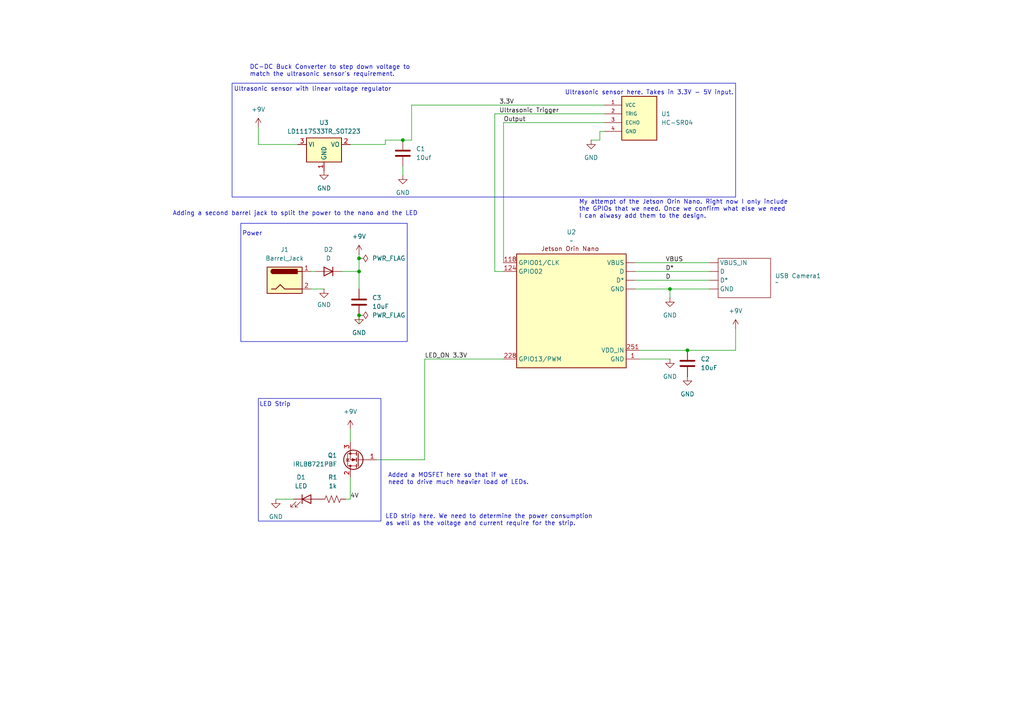
<source format=kicad_sch>
(kicad_sch
	(version 20231120)
	(generator "eeschema")
	(generator_version "8.0")
	(uuid "912fe9f9-2759-4805-8af5-3cb819096563")
	(paper "A4")
	(title_block
		(title "Emotion-Adaptive-Smart-Home")
		(date "2024-11-06")
		(rev "2")
		(company "ECE 411 - Team 6 ")
		(comment 1 "Kamal Smith")
		(comment 2 "Kilo Bao")
		(comment 3 "Luan Nguyen")
		(comment 4 "Samuel Shen")
	)
	(lib_symbols
		(symbol "CameraModule:USB_Camera"
			(exclude_from_sim no)
			(in_bom yes)
			(on_board yes)
			(property "Reference" "USB Camera1"
				(at 8.89 0.0001 0)
				(effects
					(font
						(size 1.27 1.27)
					)
					(justify left)
				)
			)
			(property "Value" "~"
				(at 8.89 -1.905 0)
				(effects
					(font
						(size 1.27 1.27)
					)
					(justify left)
				)
			)
			(property "Footprint" ""
				(at 0 0 0)
				(effects
					(font
						(size 1.27 1.27)
					)
					(hide yes)
				)
			)
			(property "Datasheet" ""
				(at 0 0 0)
				(effects
					(font
						(size 1.27 1.27)
					)
					(hide yes)
				)
			)
			(property "Description" ""
				(at 0 0 0)
				(effects
					(font
						(size 1.27 1.27)
					)
					(hide yes)
				)
			)
			(symbol "USB_Camera_0_1"
				(rectangle
					(start -7.62 5.08)
					(end 7.62 -6.35)
					(stroke
						(width 0)
						(type default)
					)
					(fill
						(type none)
					)
				)
			)
			(symbol "USB_Camera_1_1"
				(pin input line
					(at -10.16 1.27 0)
					(length 2.54)
					(name "D"
						(effects
							(font
								(size 1.27 1.27)
							)
						)
					)
					(number ""
						(effects
							(font
								(size 1.27 1.27)
							)
						)
					)
				)
				(pin input line
					(at -10.16 -1.27 0)
					(length 2.54)
					(name "D*"
						(effects
							(font
								(size 1.27 1.27)
							)
						)
					)
					(number ""
						(effects
							(font
								(size 1.27 1.27)
							)
						)
					)
				)
				(pin passive line
					(at -10.16 -3.81 0)
					(length 2.54)
					(name "GND"
						(effects
							(font
								(size 1.27 1.27)
							)
						)
					)
					(number ""
						(effects
							(font
								(size 1.27 1.27)
							)
						)
					)
				)
				(pin input line
					(at -10.16 3.81 0)
					(length 2.54)
					(name "VBUS_IN"
						(effects
							(font
								(size 1.27 1.27)
							)
						)
					)
					(number ""
						(effects
							(font
								(size 1.27 1.27)
							)
						)
					)
				)
			)
		)
		(symbol "Connector:Barrel_Jack"
			(pin_names
				(offset 1.016)
			)
			(exclude_from_sim no)
			(in_bom yes)
			(on_board yes)
			(property "Reference" "J"
				(at 0 5.334 0)
				(effects
					(font
						(size 1.27 1.27)
					)
				)
			)
			(property "Value" "Barrel_Jack"
				(at 0 -5.08 0)
				(effects
					(font
						(size 1.27 1.27)
					)
				)
			)
			(property "Footprint" ""
				(at 1.27 -1.016 0)
				(effects
					(font
						(size 1.27 1.27)
					)
					(hide yes)
				)
			)
			(property "Datasheet" "~"
				(at 1.27 -1.016 0)
				(effects
					(font
						(size 1.27 1.27)
					)
					(hide yes)
				)
			)
			(property "Description" "DC Barrel Jack"
				(at 0 0 0)
				(effects
					(font
						(size 1.27 1.27)
					)
					(hide yes)
				)
			)
			(property "ki_keywords" "DC power barrel jack connector"
				(at 0 0 0)
				(effects
					(font
						(size 1.27 1.27)
					)
					(hide yes)
				)
			)
			(property "ki_fp_filters" "BarrelJack*"
				(at 0 0 0)
				(effects
					(font
						(size 1.27 1.27)
					)
					(hide yes)
				)
			)
			(symbol "Barrel_Jack_0_1"
				(rectangle
					(start -5.08 3.81)
					(end 5.08 -3.81)
					(stroke
						(width 0.254)
						(type default)
					)
					(fill
						(type background)
					)
				)
				(arc
					(start -3.302 3.175)
					(mid -3.9343 2.54)
					(end -3.302 1.905)
					(stroke
						(width 0.254)
						(type default)
					)
					(fill
						(type none)
					)
				)
				(arc
					(start -3.302 3.175)
					(mid -3.9343 2.54)
					(end -3.302 1.905)
					(stroke
						(width 0.254)
						(type default)
					)
					(fill
						(type outline)
					)
				)
				(polyline
					(pts
						(xy 5.08 2.54) (xy 3.81 2.54)
					)
					(stroke
						(width 0.254)
						(type default)
					)
					(fill
						(type none)
					)
				)
				(polyline
					(pts
						(xy -3.81 -2.54) (xy -2.54 -2.54) (xy -1.27 -1.27) (xy 0 -2.54) (xy 2.54 -2.54) (xy 5.08 -2.54)
					)
					(stroke
						(width 0.254)
						(type default)
					)
					(fill
						(type none)
					)
				)
				(rectangle
					(start 3.683 3.175)
					(end -3.302 1.905)
					(stroke
						(width 0.254)
						(type default)
					)
					(fill
						(type outline)
					)
				)
			)
			(symbol "Barrel_Jack_1_1"
				(pin passive line
					(at 7.62 2.54 180)
					(length 2.54)
					(name "~"
						(effects
							(font
								(size 1.27 1.27)
							)
						)
					)
					(number "1"
						(effects
							(font
								(size 1.27 1.27)
							)
						)
					)
				)
				(pin passive line
					(at 7.62 -2.54 180)
					(length 2.54)
					(name "~"
						(effects
							(font
								(size 1.27 1.27)
							)
						)
					)
					(number "2"
						(effects
							(font
								(size 1.27 1.27)
							)
						)
					)
				)
			)
		)
		(symbol "Device:C"
			(pin_numbers hide)
			(pin_names
				(offset 0.254)
			)
			(exclude_from_sim no)
			(in_bom yes)
			(on_board yes)
			(property "Reference" "C"
				(at 0.635 2.54 0)
				(effects
					(font
						(size 1.27 1.27)
					)
					(justify left)
				)
			)
			(property "Value" "C"
				(at 0.635 -2.54 0)
				(effects
					(font
						(size 1.27 1.27)
					)
					(justify left)
				)
			)
			(property "Footprint" ""
				(at 0.9652 -3.81 0)
				(effects
					(font
						(size 1.27 1.27)
					)
					(hide yes)
				)
			)
			(property "Datasheet" "~"
				(at 0 0 0)
				(effects
					(font
						(size 1.27 1.27)
					)
					(hide yes)
				)
			)
			(property "Description" "Unpolarized capacitor"
				(at 0 0 0)
				(effects
					(font
						(size 1.27 1.27)
					)
					(hide yes)
				)
			)
			(property "ki_keywords" "cap capacitor"
				(at 0 0 0)
				(effects
					(font
						(size 1.27 1.27)
					)
					(hide yes)
				)
			)
			(property "ki_fp_filters" "C_*"
				(at 0 0 0)
				(effects
					(font
						(size 1.27 1.27)
					)
					(hide yes)
				)
			)
			(symbol "C_0_1"
				(polyline
					(pts
						(xy -2.032 -0.762) (xy 2.032 -0.762)
					)
					(stroke
						(width 0.508)
						(type default)
					)
					(fill
						(type none)
					)
				)
				(polyline
					(pts
						(xy -2.032 0.762) (xy 2.032 0.762)
					)
					(stroke
						(width 0.508)
						(type default)
					)
					(fill
						(type none)
					)
				)
			)
			(symbol "C_1_1"
				(pin passive line
					(at 0 3.81 270)
					(length 2.794)
					(name "~"
						(effects
							(font
								(size 1.27 1.27)
							)
						)
					)
					(number "1"
						(effects
							(font
								(size 1.27 1.27)
							)
						)
					)
				)
				(pin passive line
					(at 0 -3.81 90)
					(length 2.794)
					(name "~"
						(effects
							(font
								(size 1.27 1.27)
							)
						)
					)
					(number "2"
						(effects
							(font
								(size 1.27 1.27)
							)
						)
					)
				)
			)
		)
		(symbol "Device:D"
			(pin_numbers hide)
			(pin_names
				(offset 1.016) hide)
			(exclude_from_sim no)
			(in_bom yes)
			(on_board yes)
			(property "Reference" "D"
				(at 0 2.54 0)
				(effects
					(font
						(size 1.27 1.27)
					)
				)
			)
			(property "Value" "D"
				(at 0 -2.54 0)
				(effects
					(font
						(size 1.27 1.27)
					)
				)
			)
			(property "Footprint" ""
				(at 0 0 0)
				(effects
					(font
						(size 1.27 1.27)
					)
					(hide yes)
				)
			)
			(property "Datasheet" "~"
				(at 0 0 0)
				(effects
					(font
						(size 1.27 1.27)
					)
					(hide yes)
				)
			)
			(property "Description" "Diode"
				(at 0 0 0)
				(effects
					(font
						(size 1.27 1.27)
					)
					(hide yes)
				)
			)
			(property "Sim.Device" "D"
				(at 0 0 0)
				(effects
					(font
						(size 1.27 1.27)
					)
					(hide yes)
				)
			)
			(property "Sim.Pins" "1=K 2=A"
				(at 0 0 0)
				(effects
					(font
						(size 1.27 1.27)
					)
					(hide yes)
				)
			)
			(property "ki_keywords" "diode"
				(at 0 0 0)
				(effects
					(font
						(size 1.27 1.27)
					)
					(hide yes)
				)
			)
			(property "ki_fp_filters" "TO-???* *_Diode_* *SingleDiode* D_*"
				(at 0 0 0)
				(effects
					(font
						(size 1.27 1.27)
					)
					(hide yes)
				)
			)
			(symbol "D_0_1"
				(polyline
					(pts
						(xy -1.27 1.27) (xy -1.27 -1.27)
					)
					(stroke
						(width 0.254)
						(type default)
					)
					(fill
						(type none)
					)
				)
				(polyline
					(pts
						(xy 1.27 0) (xy -1.27 0)
					)
					(stroke
						(width 0)
						(type default)
					)
					(fill
						(type none)
					)
				)
				(polyline
					(pts
						(xy 1.27 1.27) (xy 1.27 -1.27) (xy -1.27 0) (xy 1.27 1.27)
					)
					(stroke
						(width 0.254)
						(type default)
					)
					(fill
						(type none)
					)
				)
			)
			(symbol "D_1_1"
				(pin passive line
					(at -3.81 0 0)
					(length 2.54)
					(name "K"
						(effects
							(font
								(size 1.27 1.27)
							)
						)
					)
					(number "1"
						(effects
							(font
								(size 1.27 1.27)
							)
						)
					)
				)
				(pin passive line
					(at 3.81 0 180)
					(length 2.54)
					(name "A"
						(effects
							(font
								(size 1.27 1.27)
							)
						)
					)
					(number "2"
						(effects
							(font
								(size 1.27 1.27)
							)
						)
					)
				)
			)
		)
		(symbol "Device:LED"
			(pin_numbers hide)
			(pin_names
				(offset 1.016) hide)
			(exclude_from_sim no)
			(in_bom yes)
			(on_board yes)
			(property "Reference" "D"
				(at 0 2.54 0)
				(effects
					(font
						(size 1.27 1.27)
					)
				)
			)
			(property "Value" "LED"
				(at 0 -2.54 0)
				(effects
					(font
						(size 1.27 1.27)
					)
				)
			)
			(property "Footprint" ""
				(at 0 0 0)
				(effects
					(font
						(size 1.27 1.27)
					)
					(hide yes)
				)
			)
			(property "Datasheet" "~"
				(at 0 0 0)
				(effects
					(font
						(size 1.27 1.27)
					)
					(hide yes)
				)
			)
			(property "Description" "Light emitting diode"
				(at 0 0 0)
				(effects
					(font
						(size 1.27 1.27)
					)
					(hide yes)
				)
			)
			(property "ki_keywords" "LED diode"
				(at 0 0 0)
				(effects
					(font
						(size 1.27 1.27)
					)
					(hide yes)
				)
			)
			(property "ki_fp_filters" "LED* LED_SMD:* LED_THT:*"
				(at 0 0 0)
				(effects
					(font
						(size 1.27 1.27)
					)
					(hide yes)
				)
			)
			(symbol "LED_0_1"
				(polyline
					(pts
						(xy -1.27 -1.27) (xy -1.27 1.27)
					)
					(stroke
						(width 0.254)
						(type default)
					)
					(fill
						(type none)
					)
				)
				(polyline
					(pts
						(xy -1.27 0) (xy 1.27 0)
					)
					(stroke
						(width 0)
						(type default)
					)
					(fill
						(type none)
					)
				)
				(polyline
					(pts
						(xy 1.27 -1.27) (xy 1.27 1.27) (xy -1.27 0) (xy 1.27 -1.27)
					)
					(stroke
						(width 0.254)
						(type default)
					)
					(fill
						(type none)
					)
				)
				(polyline
					(pts
						(xy -3.048 -0.762) (xy -4.572 -2.286) (xy -3.81 -2.286) (xy -4.572 -2.286) (xy -4.572 -1.524)
					)
					(stroke
						(width 0)
						(type default)
					)
					(fill
						(type none)
					)
				)
				(polyline
					(pts
						(xy -1.778 -0.762) (xy -3.302 -2.286) (xy -2.54 -2.286) (xy -3.302 -2.286) (xy -3.302 -1.524)
					)
					(stroke
						(width 0)
						(type default)
					)
					(fill
						(type none)
					)
				)
			)
			(symbol "LED_1_1"
				(pin passive line
					(at -3.81 0 0)
					(length 2.54)
					(name "K"
						(effects
							(font
								(size 1.27 1.27)
							)
						)
					)
					(number "1"
						(effects
							(font
								(size 1.27 1.27)
							)
						)
					)
				)
				(pin passive line
					(at 3.81 0 180)
					(length 2.54)
					(name "A"
						(effects
							(font
								(size 1.27 1.27)
							)
						)
					)
					(number "2"
						(effects
							(font
								(size 1.27 1.27)
							)
						)
					)
				)
			)
		)
		(symbol "Device:R_US"
			(pin_numbers hide)
			(pin_names
				(offset 0)
			)
			(exclude_from_sim no)
			(in_bom yes)
			(on_board yes)
			(property "Reference" "R"
				(at 2.54 0 90)
				(effects
					(font
						(size 1.27 1.27)
					)
				)
			)
			(property "Value" "R_US"
				(at -2.54 0 90)
				(effects
					(font
						(size 1.27 1.27)
					)
				)
			)
			(property "Footprint" ""
				(at 1.016 -0.254 90)
				(effects
					(font
						(size 1.27 1.27)
					)
					(hide yes)
				)
			)
			(property "Datasheet" "~"
				(at 0 0 0)
				(effects
					(font
						(size 1.27 1.27)
					)
					(hide yes)
				)
			)
			(property "Description" "Resistor, US symbol"
				(at 0 0 0)
				(effects
					(font
						(size 1.27 1.27)
					)
					(hide yes)
				)
			)
			(property "ki_keywords" "R res resistor"
				(at 0 0 0)
				(effects
					(font
						(size 1.27 1.27)
					)
					(hide yes)
				)
			)
			(property "ki_fp_filters" "R_*"
				(at 0 0 0)
				(effects
					(font
						(size 1.27 1.27)
					)
					(hide yes)
				)
			)
			(symbol "R_US_0_1"
				(polyline
					(pts
						(xy 0 -2.286) (xy 0 -2.54)
					)
					(stroke
						(width 0)
						(type default)
					)
					(fill
						(type none)
					)
				)
				(polyline
					(pts
						(xy 0 2.286) (xy 0 2.54)
					)
					(stroke
						(width 0)
						(type default)
					)
					(fill
						(type none)
					)
				)
				(polyline
					(pts
						(xy 0 -0.762) (xy 1.016 -1.143) (xy 0 -1.524) (xy -1.016 -1.905) (xy 0 -2.286)
					)
					(stroke
						(width 0)
						(type default)
					)
					(fill
						(type none)
					)
				)
				(polyline
					(pts
						(xy 0 0.762) (xy 1.016 0.381) (xy 0 0) (xy -1.016 -0.381) (xy 0 -0.762)
					)
					(stroke
						(width 0)
						(type default)
					)
					(fill
						(type none)
					)
				)
				(polyline
					(pts
						(xy 0 2.286) (xy 1.016 1.905) (xy 0 1.524) (xy -1.016 1.143) (xy 0 0.762)
					)
					(stroke
						(width 0)
						(type default)
					)
					(fill
						(type none)
					)
				)
			)
			(symbol "R_US_1_1"
				(pin passive line
					(at 0 3.81 270)
					(length 1.27)
					(name "~"
						(effects
							(font
								(size 1.27 1.27)
							)
						)
					)
					(number "1"
						(effects
							(font
								(size 1.27 1.27)
							)
						)
					)
				)
				(pin passive line
					(at 0 -3.81 90)
					(length 1.27)
					(name "~"
						(effects
							(font
								(size 1.27 1.27)
							)
						)
					)
					(number "2"
						(effects
							(font
								(size 1.27 1.27)
							)
						)
					)
				)
			)
		)
		(symbol "HC-SR04:HC-SR04"
			(pin_names
				(offset 1.016)
			)
			(exclude_from_sim no)
			(in_bom yes)
			(on_board yes)
			(property "Reference" "U"
				(at 0 5.0813 0)
				(effects
					(font
						(size 1.27 1.27)
					)
					(justify left bottom)
				)
			)
			(property "Value" "HC-SR04"
				(at 0 -10.163 0)
				(effects
					(font
						(size 1.27 1.27)
					)
					(justify left bottom)
				)
			)
			(property "Footprint" "HC-SR04:XCVR_HC-SR04"
				(at 0 0 0)
				(effects
					(font
						(size 1.27 1.27)
					)
					(justify bottom)
					(hide yes)
				)
			)
			(property "Datasheet" ""
				(at 0 0 0)
				(effects
					(font
						(size 1.27 1.27)
					)
					(hide yes)
				)
			)
			(property "Description" ""
				(at 0 0 0)
				(effects
					(font
						(size 1.27 1.27)
					)
					(hide yes)
				)
			)
			(property "MF" "SparkFun Electronics"
				(at 0 0 0)
				(effects
					(font
						(size 1.27 1.27)
					)
					(justify bottom)
					(hide yes)
				)
			)
			(property "Description_1" "\n                        \n                            HC-SR04 Ultrasonic Sensor Qwiic Platform Evaluation Expansion Board\n                        \n"
				(at 0 0 0)
				(effects
					(font
						(size 1.27 1.27)
					)
					(justify bottom)
					(hide yes)
				)
			)
			(property "Package" "None"
				(at 0 0 0)
				(effects
					(font
						(size 1.27 1.27)
					)
					(justify bottom)
					(hide yes)
				)
			)
			(property "Price" "None"
				(at 0 0 0)
				(effects
					(font
						(size 1.27 1.27)
					)
					(justify bottom)
					(hide yes)
				)
			)
			(property "Check_prices" "https://www.snapeda.com/parts/HC-SR04/SparkFun+Electronics/view-part/?ref=eda"
				(at 0 0 0)
				(effects
					(font
						(size 1.27 1.27)
					)
					(justify bottom)
					(hide yes)
				)
			)
			(property "SnapEDA_Link" "https://www.snapeda.com/parts/HC-SR04/SparkFun+Electronics/view-part/?ref=snap"
				(at 0 0 0)
				(effects
					(font
						(size 1.27 1.27)
					)
					(justify bottom)
					(hide yes)
				)
			)
			(property "MP" "HC-SR04"
				(at 0 0 0)
				(effects
					(font
						(size 1.27 1.27)
					)
					(justify bottom)
					(hide yes)
				)
			)
			(property "Availability" "Not in stock"
				(at 0 0 0)
				(effects
					(font
						(size 1.27 1.27)
					)
					(justify bottom)
					(hide yes)
				)
			)
			(property "MANUFACTURER" "Osepp"
				(at 0 0 0)
				(effects
					(font
						(size 1.27 1.27)
					)
					(justify bottom)
					(hide yes)
				)
			)
			(symbol "HC-SR04_0_0"
				(rectangle
					(start 0 -7.62)
					(end 10.16 5.08)
					(stroke
						(width 0.254)
						(type default)
					)
					(fill
						(type background)
					)
				)
				(pin power_in line
					(at -5.08 2.54 0)
					(length 5.08)
					(name "VCC"
						(effects
							(font
								(size 1.016 1.016)
							)
						)
					)
					(number "1"
						(effects
							(font
								(size 1.016 1.016)
							)
						)
					)
				)
				(pin bidirectional line
					(at -5.08 0 0)
					(length 5.08)
					(name "TRIG"
						(effects
							(font
								(size 1.016 1.016)
							)
						)
					)
					(number "2"
						(effects
							(font
								(size 1.016 1.016)
							)
						)
					)
				)
				(pin bidirectional line
					(at -5.08 -2.54 0)
					(length 5.08)
					(name "ECHO"
						(effects
							(font
								(size 1.016 1.016)
							)
						)
					)
					(number "3"
						(effects
							(font
								(size 1.016 1.016)
							)
						)
					)
				)
				(pin power_in line
					(at -5.08 -5.08 0)
					(length 5.08)
					(name "GND"
						(effects
							(font
								(size 1.016 1.016)
							)
						)
					)
					(number "4"
						(effects
							(font
								(size 1.016 1.016)
							)
						)
					)
				)
			)
		)
		(symbol "Regulator_Linear:LD1117S33TR_SOT223"
			(exclude_from_sim no)
			(in_bom yes)
			(on_board yes)
			(property "Reference" "U"
				(at -3.81 3.175 0)
				(effects
					(font
						(size 1.27 1.27)
					)
				)
			)
			(property "Value" "LD1117S33TR_SOT223"
				(at 0 3.175 0)
				(effects
					(font
						(size 1.27 1.27)
					)
					(justify left)
				)
			)
			(property "Footprint" "Package_TO_SOT_SMD:SOT-223-3_TabPin2"
				(at 0 5.08 0)
				(effects
					(font
						(size 1.27 1.27)
					)
					(hide yes)
				)
			)
			(property "Datasheet" "http://www.st.com/st-web-ui/static/active/en/resource/technical/document/datasheet/CD00000544.pdf"
				(at 2.54 -6.35 0)
				(effects
					(font
						(size 1.27 1.27)
					)
					(hide yes)
				)
			)
			(property "Description" "800mA Fixed Low Drop Positive Voltage Regulator, Fixed Output 3.3V, SOT-223"
				(at 0 0 0)
				(effects
					(font
						(size 1.27 1.27)
					)
					(hide yes)
				)
			)
			(property "ki_keywords" "REGULATOR LDO 3.3V"
				(at 0 0 0)
				(effects
					(font
						(size 1.27 1.27)
					)
					(hide yes)
				)
			)
			(property "ki_fp_filters" "SOT?223*TabPin2*"
				(at 0 0 0)
				(effects
					(font
						(size 1.27 1.27)
					)
					(hide yes)
				)
			)
			(symbol "LD1117S33TR_SOT223_0_1"
				(rectangle
					(start -5.08 -5.08)
					(end 5.08 1.905)
					(stroke
						(width 0.254)
						(type default)
					)
					(fill
						(type background)
					)
				)
			)
			(symbol "LD1117S33TR_SOT223_1_1"
				(pin power_in line
					(at 0 -7.62 90)
					(length 2.54)
					(name "GND"
						(effects
							(font
								(size 1.27 1.27)
							)
						)
					)
					(number "1"
						(effects
							(font
								(size 1.27 1.27)
							)
						)
					)
				)
				(pin power_out line
					(at 7.62 0 180)
					(length 2.54)
					(name "VO"
						(effects
							(font
								(size 1.27 1.27)
							)
						)
					)
					(number "2"
						(effects
							(font
								(size 1.27 1.27)
							)
						)
					)
				)
				(pin power_in line
					(at -7.62 0 0)
					(length 2.54)
					(name "VI"
						(effects
							(font
								(size 1.27 1.27)
							)
						)
					)
					(number "3"
						(effects
							(font
								(size 1.27 1.27)
							)
						)
					)
				)
			)
		)
		(symbol "Transistor_FET:IRLB8721PBF"
			(pin_names hide)
			(exclude_from_sim no)
			(in_bom yes)
			(on_board yes)
			(property "Reference" "Q"
				(at 5.08 1.905 0)
				(effects
					(font
						(size 1.27 1.27)
					)
					(justify left)
				)
			)
			(property "Value" "IRLB8721PBF"
				(at 5.08 0 0)
				(effects
					(font
						(size 1.27 1.27)
					)
					(justify left)
				)
			)
			(property "Footprint" "Package_TO_SOT_THT:TO-220-3_Vertical"
				(at 5.08 -1.905 0)
				(effects
					(font
						(size 1.27 1.27)
						(italic yes)
					)
					(justify left)
					(hide yes)
				)
			)
			(property "Datasheet" "http://www.infineon.com/dgdl/irlb8721pbf.pdf?fileId=5546d462533600a40153566056732591"
				(at 5.08 -3.81 0)
				(effects
					(font
						(size 1.27 1.27)
					)
					(justify left)
					(hide yes)
				)
			)
			(property "Description" "62A Id, 30V Vds, 8.7 mOhm Rds, N-Channel HEXFET Power MOSFET, TO-220"
				(at 0 0 0)
				(effects
					(font
						(size 1.27 1.27)
					)
					(hide yes)
				)
			)
			(property "ki_keywords" "N-Channel HEXFET MOSFET Logic-Level"
				(at 0 0 0)
				(effects
					(font
						(size 1.27 1.27)
					)
					(hide yes)
				)
			)
			(property "ki_fp_filters" "TO?220*"
				(at 0 0 0)
				(effects
					(font
						(size 1.27 1.27)
					)
					(hide yes)
				)
			)
			(symbol "IRLB8721PBF_0_1"
				(polyline
					(pts
						(xy 0.254 0) (xy -2.54 0)
					)
					(stroke
						(width 0)
						(type default)
					)
					(fill
						(type none)
					)
				)
				(polyline
					(pts
						(xy 0.254 1.905) (xy 0.254 -1.905)
					)
					(stroke
						(width 0.254)
						(type default)
					)
					(fill
						(type none)
					)
				)
				(polyline
					(pts
						(xy 0.762 -1.27) (xy 0.762 -2.286)
					)
					(stroke
						(width 0.254)
						(type default)
					)
					(fill
						(type none)
					)
				)
				(polyline
					(pts
						(xy 0.762 0.508) (xy 0.762 -0.508)
					)
					(stroke
						(width 0.254)
						(type default)
					)
					(fill
						(type none)
					)
				)
				(polyline
					(pts
						(xy 0.762 2.286) (xy 0.762 1.27)
					)
					(stroke
						(width 0.254)
						(type default)
					)
					(fill
						(type none)
					)
				)
				(polyline
					(pts
						(xy 2.54 2.54) (xy 2.54 1.778)
					)
					(stroke
						(width 0)
						(type default)
					)
					(fill
						(type none)
					)
				)
				(polyline
					(pts
						(xy 2.54 -2.54) (xy 2.54 0) (xy 0.762 0)
					)
					(stroke
						(width 0)
						(type default)
					)
					(fill
						(type none)
					)
				)
				(polyline
					(pts
						(xy 0.762 -1.778) (xy 3.302 -1.778) (xy 3.302 1.778) (xy 0.762 1.778)
					)
					(stroke
						(width 0)
						(type default)
					)
					(fill
						(type none)
					)
				)
				(polyline
					(pts
						(xy 1.016 0) (xy 2.032 0.381) (xy 2.032 -0.381) (xy 1.016 0)
					)
					(stroke
						(width 0)
						(type default)
					)
					(fill
						(type outline)
					)
				)
				(polyline
					(pts
						(xy 2.794 0.508) (xy 2.921 0.381) (xy 3.683 0.381) (xy 3.81 0.254)
					)
					(stroke
						(width 0)
						(type default)
					)
					(fill
						(type none)
					)
				)
				(polyline
					(pts
						(xy 3.302 0.381) (xy 2.921 -0.254) (xy 3.683 -0.254) (xy 3.302 0.381)
					)
					(stroke
						(width 0)
						(type default)
					)
					(fill
						(type none)
					)
				)
				(circle
					(center 1.651 0)
					(radius 2.794)
					(stroke
						(width 0.254)
						(type default)
					)
					(fill
						(type none)
					)
				)
				(circle
					(center 2.54 -1.778)
					(radius 0.254)
					(stroke
						(width 0)
						(type default)
					)
					(fill
						(type outline)
					)
				)
				(circle
					(center 2.54 1.778)
					(radius 0.254)
					(stroke
						(width 0)
						(type default)
					)
					(fill
						(type outline)
					)
				)
			)
			(symbol "IRLB8721PBF_1_1"
				(pin input line
					(at -5.08 0 0)
					(length 2.54)
					(name "G"
						(effects
							(font
								(size 1.27 1.27)
							)
						)
					)
					(number "1"
						(effects
							(font
								(size 1.27 1.27)
							)
						)
					)
				)
				(pin passive line
					(at 2.54 5.08 270)
					(length 2.54)
					(name "D"
						(effects
							(font
								(size 1.27 1.27)
							)
						)
					)
					(number "2"
						(effects
							(font
								(size 1.27 1.27)
							)
						)
					)
				)
				(pin passive line
					(at 2.54 -5.08 90)
					(length 2.54)
					(name "S"
						(effects
							(font
								(size 1.27 1.27)
							)
						)
					)
					(number "3"
						(effects
							(font
								(size 1.27 1.27)
							)
						)
					)
				)
			)
		)
		(symbol "jetson_orin_nano:Jetson_Orin_Nano"
			(exclude_from_sim no)
			(in_bom yes)
			(on_board yes)
			(property "Reference" "U2"
				(at 0.635 5.08 0)
				(effects
					(font
						(size 1.27 1.27)
					)
				)
			)
			(property "Value" "~"
				(at 0.635 2.54 0)
				(effects
					(font
						(size 1.27 1.27)
					)
				)
			)
			(property "Footprint" ""
				(at 0 0 0)
				(effects
					(font
						(size 1.27 1.27)
					)
					(hide yes)
				)
			)
			(property "Datasheet" ""
				(at 0 0 0)
				(effects
					(font
						(size 1.27 1.27)
					)
					(hide yes)
				)
			)
			(property "Description" ""
				(at 0 0 0)
				(effects
					(font
						(size 1.27 1.27)
					)
					(hide yes)
				)
			)
			(symbol "Jetson_Orin_Nano_1_1"
				(rectangle
					(start -15.24 -1.27)
					(end 16.51 -34.29)
					(stroke
						(width 0.254)
						(type default)
					)
					(fill
						(type background)
					)
				)
				(text "Jetson Orin Nano"
					(at 0.254 0.254 0)
					(effects
						(font
							(size 1.27 1.27)
						)
					)
				)
				(pin output line
					(at 19.05 -6.35 180)
					(length 2.54)
					(name "D"
						(effects
							(font
								(size 1.27 1.27)
							)
						)
					)
					(number ""
						(effects
							(font
								(size 1.27 1.27)
							)
						)
					)
				)
				(pin output line
					(at 19.05 -8.89 180)
					(length 2.54)
					(name "D*"
						(effects
							(font
								(size 1.27 1.27)
							)
						)
					)
					(number ""
						(effects
							(font
								(size 1.27 1.27)
							)
						)
					)
				)
				(pin passive line
					(at 19.05 -11.43 180)
					(length 2.54)
					(name "GND"
						(effects
							(font
								(size 1.27 1.27)
							)
						)
					)
					(number ""
						(effects
							(font
								(size 1.27 1.27)
							)
						)
					)
				)
				(pin output line
					(at 19.05 -3.81 180)
					(length 2.54)
					(name "VBUS"
						(effects
							(font
								(size 1.27 1.27)
							)
						)
					)
					(number ""
						(effects
							(font
								(size 1.27 1.27)
							)
						)
					)
				)
				(pin passive line
					(at 20.32 -31.75 180)
					(length 3.81)
					(name "GND"
						(effects
							(font
								(size 1.27 1.27)
							)
						)
					)
					(number "1"
						(effects
							(font
								(size 1.27 1.27)
							)
						)
					)
				)
				(pin passive line
					(at -19.05 -3.81 0)
					(length 3.81)
					(name "GPIO01/CLK"
						(effects
							(font
								(size 1.27 1.27)
							)
						)
					)
					(number "118"
						(effects
							(font
								(size 1.27 1.27)
							)
						)
					)
					(alternate "GPIO01" passive line)
					(alternate "GPIO01(CLK)" passive line)
				)
				(pin passive line
					(at -19.05 -6.35 0)
					(length 3.81)
					(name "GPIO02"
						(effects
							(font
								(size 1.27 1.27)
							)
						)
					)
					(number "124"
						(effects
							(font
								(size 1.27 1.27)
							)
						)
					)
				)
				(pin passive line
					(at -19.05 -31.75 0)
					(length 3.81)
					(name "GPIO13/PWM"
						(effects
							(font
								(size 1.27 1.27)
							)
						)
					)
					(number "228"
						(effects
							(font
								(size 1.27 1.27)
							)
						)
					)
					(alternate "GPIO13" passive line)
					(alternate "GPIO13(PWM)" passive line)
				)
				(pin power_in line
					(at 20.32 -29.21 180)
					(length 3.81)
					(name "VDD_IN"
						(effects
							(font
								(size 1.27 1.27)
							)
						)
					)
					(number "251"
						(effects
							(font
								(size 1.27 1.27)
							)
						)
					)
				)
			)
		)
		(symbol "power:+9V"
			(power)
			(pin_numbers hide)
			(pin_names
				(offset 0) hide)
			(exclude_from_sim no)
			(in_bom yes)
			(on_board yes)
			(property "Reference" "#PWR"
				(at 0 -3.81 0)
				(effects
					(font
						(size 1.27 1.27)
					)
					(hide yes)
				)
			)
			(property "Value" "+9V"
				(at 0 3.556 0)
				(effects
					(font
						(size 1.27 1.27)
					)
				)
			)
			(property "Footprint" ""
				(at 0 0 0)
				(effects
					(font
						(size 1.27 1.27)
					)
					(hide yes)
				)
			)
			(property "Datasheet" ""
				(at 0 0 0)
				(effects
					(font
						(size 1.27 1.27)
					)
					(hide yes)
				)
			)
			(property "Description" "Power symbol creates a global label with name \"+9V\""
				(at 0 0 0)
				(effects
					(font
						(size 1.27 1.27)
					)
					(hide yes)
				)
			)
			(property "ki_keywords" "global power"
				(at 0 0 0)
				(effects
					(font
						(size 1.27 1.27)
					)
					(hide yes)
				)
			)
			(symbol "+9V_0_1"
				(polyline
					(pts
						(xy -0.762 1.27) (xy 0 2.54)
					)
					(stroke
						(width 0)
						(type default)
					)
					(fill
						(type none)
					)
				)
				(polyline
					(pts
						(xy 0 0) (xy 0 2.54)
					)
					(stroke
						(width 0)
						(type default)
					)
					(fill
						(type none)
					)
				)
				(polyline
					(pts
						(xy 0 2.54) (xy 0.762 1.27)
					)
					(stroke
						(width 0)
						(type default)
					)
					(fill
						(type none)
					)
				)
			)
			(symbol "+9V_1_1"
				(pin power_in line
					(at 0 0 90)
					(length 0)
					(name "~"
						(effects
							(font
								(size 1.27 1.27)
							)
						)
					)
					(number "1"
						(effects
							(font
								(size 1.27 1.27)
							)
						)
					)
				)
			)
		)
		(symbol "power:GND"
			(power)
			(pin_numbers hide)
			(pin_names
				(offset 0) hide)
			(exclude_from_sim no)
			(in_bom yes)
			(on_board yes)
			(property "Reference" "#PWR"
				(at 0 -6.35 0)
				(effects
					(font
						(size 1.27 1.27)
					)
					(hide yes)
				)
			)
			(property "Value" "GND"
				(at 0 -3.81 0)
				(effects
					(font
						(size 1.27 1.27)
					)
				)
			)
			(property "Footprint" ""
				(at 0 0 0)
				(effects
					(font
						(size 1.27 1.27)
					)
					(hide yes)
				)
			)
			(property "Datasheet" ""
				(at 0 0 0)
				(effects
					(font
						(size 1.27 1.27)
					)
					(hide yes)
				)
			)
			(property "Description" "Power symbol creates a global label with name \"GND\" , ground"
				(at 0 0 0)
				(effects
					(font
						(size 1.27 1.27)
					)
					(hide yes)
				)
			)
			(property "ki_keywords" "global power"
				(at 0 0 0)
				(effects
					(font
						(size 1.27 1.27)
					)
					(hide yes)
				)
			)
			(symbol "GND_0_1"
				(polyline
					(pts
						(xy 0 0) (xy 0 -1.27) (xy 1.27 -1.27) (xy 0 -2.54) (xy -1.27 -1.27) (xy 0 -1.27)
					)
					(stroke
						(width 0)
						(type default)
					)
					(fill
						(type none)
					)
				)
			)
			(symbol "GND_1_1"
				(pin power_in line
					(at 0 0 270)
					(length 0)
					(name "~"
						(effects
							(font
								(size 1.27 1.27)
							)
						)
					)
					(number "1"
						(effects
							(font
								(size 1.27 1.27)
							)
						)
					)
				)
			)
		)
		(symbol "power:PWR_FLAG"
			(power)
			(pin_numbers hide)
			(pin_names
				(offset 0) hide)
			(exclude_from_sim no)
			(in_bom yes)
			(on_board yes)
			(property "Reference" "#FLG"
				(at 0 1.905 0)
				(effects
					(font
						(size 1.27 1.27)
					)
					(hide yes)
				)
			)
			(property "Value" "PWR_FLAG"
				(at 0 3.81 0)
				(effects
					(font
						(size 1.27 1.27)
					)
				)
			)
			(property "Footprint" ""
				(at 0 0 0)
				(effects
					(font
						(size 1.27 1.27)
					)
					(hide yes)
				)
			)
			(property "Datasheet" "~"
				(at 0 0 0)
				(effects
					(font
						(size 1.27 1.27)
					)
					(hide yes)
				)
			)
			(property "Description" "Special symbol for telling ERC where power comes from"
				(at 0 0 0)
				(effects
					(font
						(size 1.27 1.27)
					)
					(hide yes)
				)
			)
			(property "ki_keywords" "flag power"
				(at 0 0 0)
				(effects
					(font
						(size 1.27 1.27)
					)
					(hide yes)
				)
			)
			(symbol "PWR_FLAG_0_0"
				(pin power_out line
					(at 0 0 90)
					(length 0)
					(name "~"
						(effects
							(font
								(size 1.27 1.27)
							)
						)
					)
					(number "1"
						(effects
							(font
								(size 1.27 1.27)
							)
						)
					)
				)
			)
			(symbol "PWR_FLAG_0_1"
				(polyline
					(pts
						(xy 0 0) (xy 0 1.27) (xy -1.016 1.905) (xy 0 2.54) (xy 1.016 1.905) (xy 0 1.27)
					)
					(stroke
						(width 0)
						(type default)
					)
					(fill
						(type none)
					)
				)
			)
		)
	)
	(junction
		(at 104.14 78.74)
		(diameter 0)
		(color 0 0 0 0)
		(uuid "001eee3d-8b8e-49f1-8577-6651171a3796")
	)
	(junction
		(at 104.14 74.93)
		(diameter 0)
		(color 0 0 0 0)
		(uuid "444b206f-d7f1-4ca8-831a-2dbf03ecf50c")
	)
	(junction
		(at 199.39 101.6)
		(diameter 0)
		(color 0 0 0 0)
		(uuid "740ac697-a7ad-4904-ac39-492b5313d278")
	)
	(junction
		(at 104.14 91.44)
		(diameter 0)
		(color 0 0 0 0)
		(uuid "776ae7ff-5328-45ed-a4b5-5bec0ec7b87e")
	)
	(junction
		(at 194.31 83.82)
		(diameter 0)
		(color 0 0 0 0)
		(uuid "9329f47f-8b3f-4edc-b9d1-71ce165362b2")
	)
	(junction
		(at 116.84 40.64)
		(diameter 0)
		(color 0 0 0 0)
		(uuid "eb9c45a3-7e60-4f29-86c6-399ef00b07c7")
	)
	(wire
		(pts
			(xy 104.14 73.66) (xy 104.14 74.93)
		)
		(stroke
			(width 0)
			(type default)
		)
		(uuid "0087141d-d096-46c2-b952-8da662d74724")
	)
	(wire
		(pts
			(xy 111.76 41.91) (xy 111.76 40.64)
		)
		(stroke
			(width 0)
			(type default)
		)
		(uuid "0ab211fd-e0a9-48db-99de-539c98bccf08")
	)
	(wire
		(pts
			(xy 185.42 101.6) (xy 199.39 101.6)
		)
		(stroke
			(width 0)
			(type default)
		)
		(uuid "0b448cfc-57d1-4dac-958e-39fc713a91d7")
	)
	(wire
		(pts
			(xy 175.26 33.02) (xy 143.51 33.02)
		)
		(stroke
			(width 0)
			(type default)
		)
		(uuid "1cc618f6-b572-419b-b5a4-c5f89b3a109f")
	)
	(wire
		(pts
			(xy 143.51 33.02) (xy 143.51 78.74)
		)
		(stroke
			(width 0)
			(type default)
		)
		(uuid "37933352-c52c-4bd6-bc43-ce9b09133824")
	)
	(wire
		(pts
			(xy 119.38 30.48) (xy 119.38 40.64)
		)
		(stroke
			(width 0)
			(type default)
		)
		(uuid "37f614e8-cabd-438d-856d-4652bde7639b")
	)
	(wire
		(pts
			(xy 173.99 40.64) (xy 171.45 40.64)
		)
		(stroke
			(width 0)
			(type default)
		)
		(uuid "3d7723a0-870d-4cf8-bdbc-fc671e9613e8")
	)
	(wire
		(pts
			(xy 99.06 78.74) (xy 104.14 78.74)
		)
		(stroke
			(width 0)
			(type default)
		)
		(uuid "46ffdebe-97f1-4602-a017-232e1e75a95b")
	)
	(wire
		(pts
			(xy 194.31 83.82) (xy 205.74 83.82)
		)
		(stroke
			(width 0)
			(type default)
		)
		(uuid "4cb979bd-242e-4057-a23e-b61830d6fc02")
	)
	(wire
		(pts
			(xy 90.17 78.74) (xy 91.44 78.74)
		)
		(stroke
			(width 0)
			(type default)
		)
		(uuid "4e6af26b-37eb-47f4-ba81-ac395dd4e0ae")
	)
	(wire
		(pts
			(xy 104.14 93.98) (xy 104.14 91.44)
		)
		(stroke
			(width 0)
			(type default)
		)
		(uuid "527b0c37-7c5b-48f9-8f33-74721ff097c4")
	)
	(wire
		(pts
			(xy 146.05 35.56) (xy 146.05 76.2)
		)
		(stroke
			(width 0)
			(type default)
		)
		(uuid "5686583a-d378-4286-82c8-565cfe482fa4")
	)
	(wire
		(pts
			(xy 173.99 38.1) (xy 175.26 38.1)
		)
		(stroke
			(width 0)
			(type default)
		)
		(uuid "5b0aeb85-5557-4287-a4b9-3e006203816f")
	)
	(wire
		(pts
			(xy 184.15 76.2) (xy 205.74 76.2)
		)
		(stroke
			(width 0)
			(type default)
		)
		(uuid "5b19d2bf-d0de-456c-9819-24fd3da76a63")
	)
	(wire
		(pts
			(xy 109.22 133.35) (xy 123.19 133.35)
		)
		(stroke
			(width 0)
			(type default)
		)
		(uuid "66c26571-a431-4f90-98c6-d1485a5e8ce4")
	)
	(wire
		(pts
			(xy 74.93 41.91) (xy 86.36 41.91)
		)
		(stroke
			(width 0)
			(type default)
		)
		(uuid "6758892c-8258-4382-ab66-7fe26da34348")
	)
	(wire
		(pts
			(xy 185.42 104.14) (xy 194.31 104.14)
		)
		(stroke
			(width 0)
			(type default)
		)
		(uuid "8322bf0f-82ce-4f08-8ccb-b0dba58ab473")
	)
	(wire
		(pts
			(xy 184.15 78.74) (xy 205.74 78.74)
		)
		(stroke
			(width 0)
			(type default)
		)
		(uuid "87b2ba52-befe-4d5a-9a14-993808bc1a96")
	)
	(wire
		(pts
			(xy 173.99 38.1) (xy 173.99 40.64)
		)
		(stroke
			(width 0)
			(type default)
		)
		(uuid "a1319af4-40db-47b2-b580-7202bdae02fd")
	)
	(wire
		(pts
			(xy 184.15 83.82) (xy 194.31 83.82)
		)
		(stroke
			(width 0)
			(type default)
		)
		(uuid "a62d0aa9-3315-4d0c-b6a2-c21fa0df9eb0")
	)
	(wire
		(pts
			(xy 116.84 48.26) (xy 116.84 50.8)
		)
		(stroke
			(width 0)
			(type default)
		)
		(uuid "a8de1b1a-8923-4ac9-a31a-64536777b56a")
	)
	(wire
		(pts
			(xy 119.38 40.64) (xy 116.84 40.64)
		)
		(stroke
			(width 0)
			(type default)
		)
		(uuid "abb2c1a4-8181-48ef-af39-d832d0f97336")
	)
	(wire
		(pts
			(xy 194.31 83.82) (xy 194.31 86.36)
		)
		(stroke
			(width 0)
			(type default)
		)
		(uuid "ac546897-ca0a-419e-9854-e6ebc1b2d7ff")
	)
	(wire
		(pts
			(xy 175.26 35.56) (xy 146.05 35.56)
		)
		(stroke
			(width 0)
			(type default)
		)
		(uuid "b1b9c59d-83ff-444e-ac25-278c9c5d8a02")
	)
	(wire
		(pts
			(xy 213.36 101.6) (xy 213.36 95.25)
		)
		(stroke
			(width 0)
			(type default)
		)
		(uuid "b5ec3ac1-b8e8-4ac8-b16f-53bd255aea06")
	)
	(wire
		(pts
			(xy 199.39 101.6) (xy 213.36 101.6)
		)
		(stroke
			(width 0)
			(type default)
		)
		(uuid "b9e21b12-8641-4338-bbe5-fcc28564e205")
	)
	(wire
		(pts
			(xy 101.6 138.43) (xy 101.6 144.78)
		)
		(stroke
			(width 0)
			(type default)
		)
		(uuid "c01f0a4d-84e5-4a42-96bc-aeb1f269f39d")
	)
	(wire
		(pts
			(xy 184.15 81.28) (xy 205.74 81.28)
		)
		(stroke
			(width 0)
			(type default)
		)
		(uuid "c6dfcd33-2c50-4bb3-8dfb-41abb9db9603")
	)
	(wire
		(pts
			(xy 104.14 78.74) (xy 104.14 83.82)
		)
		(stroke
			(width 0)
			(type default)
		)
		(uuid "c6fee59f-b383-437b-9983-1f83ae264f31")
	)
	(wire
		(pts
			(xy 74.93 36.83) (xy 74.93 41.91)
		)
		(stroke
			(width 0)
			(type default)
		)
		(uuid "d20c6c32-e87d-439e-b365-d12ad1e74977")
	)
	(wire
		(pts
			(xy 101.6 124.46) (xy 101.6 128.27)
		)
		(stroke
			(width 0)
			(type default)
		)
		(uuid "d4609436-60ea-4aa3-8a1c-b774f81ca697")
	)
	(wire
		(pts
			(xy 101.6 144.78) (xy 100.33 144.78)
		)
		(stroke
			(width 0)
			(type default)
		)
		(uuid "d726bfe0-f69f-4d4c-b2ec-aee76235b26d")
	)
	(wire
		(pts
			(xy 85.09 144.78) (xy 80.01 144.78)
		)
		(stroke
			(width 0)
			(type default)
		)
		(uuid "d7da427b-2778-47a0-b495-8a9874f8b2ad")
	)
	(wire
		(pts
			(xy 143.51 78.74) (xy 146.05 78.74)
		)
		(stroke
			(width 0)
			(type default)
		)
		(uuid "da519239-d979-40e9-8cde-9ca8d3060b1f")
	)
	(wire
		(pts
			(xy 90.17 83.82) (xy 93.98 83.82)
		)
		(stroke
			(width 0)
			(type default)
		)
		(uuid "dfd8f30c-ac61-47ac-95e6-29563c7750a7")
	)
	(wire
		(pts
			(xy 111.76 40.64) (xy 116.84 40.64)
		)
		(stroke
			(width 0)
			(type default)
		)
		(uuid "e02e06b9-4faa-4fcf-9619-c574d2623c41")
	)
	(wire
		(pts
			(xy 123.19 104.14) (xy 146.05 104.14)
		)
		(stroke
			(width 0)
			(type default)
		)
		(uuid "e1463d65-4683-449e-8db5-3b6815e69b25")
	)
	(wire
		(pts
			(xy 119.38 30.48) (xy 175.26 30.48)
		)
		(stroke
			(width 0)
			(type default)
		)
		(uuid "e2ebc9b2-80ae-45d0-aff9-e6f9369b0bae")
	)
	(wire
		(pts
			(xy 101.6 41.91) (xy 111.76 41.91)
		)
		(stroke
			(width 0)
			(type default)
		)
		(uuid "ea1e89e7-986a-47d0-86ab-9c0b9712f70b")
	)
	(wire
		(pts
			(xy 104.14 74.93) (xy 104.14 78.74)
		)
		(stroke
			(width 0)
			(type default)
		)
		(uuid "ef3993bb-80a1-4def-976d-83c903311b98")
	)
	(wire
		(pts
			(xy 123.19 133.35) (xy 123.19 104.14)
		)
		(stroke
			(width 0)
			(type default)
		)
		(uuid "fbf2dc68-0b32-4a7e-9190-099f4a06a6d6")
	)
	(rectangle
		(start 74.93 115.57)
		(end 110.49 151.13)
		(stroke
			(width 0)
			(type default)
		)
		(fill
			(type none)
		)
		(uuid 640c849f-c216-4666-9e53-ae6130ef921e)
	)
	(rectangle
		(start 67.31 24.13)
		(end 213.36 57.15)
		(stroke
			(width 0)
			(type default)
		)
		(fill
			(type none)
		)
		(uuid 8bbf28a7-1abf-4797-8eec-9487ee692dca)
	)
	(rectangle
		(start 69.85 64.77)
		(end 118.11 99.06)
		(stroke
			(width 0)
			(type default)
		)
		(fill
			(type none)
		)
		(uuid a8dcad34-08f5-409d-ae40-9793803474fb)
	)
	(text "DC-DC Buck Converter to step down voltage to \nmatch the ultrasonic sensor's requirement."
		(exclude_from_sim no)
		(at 72.39 20.574 0)
		(effects
			(font
				(size 1.27 1.27)
			)
			(justify left)
		)
		(uuid "3134f0c9-e20d-4623-9731-186a253c9591")
	)
	(text "LED Strip "
		(exclude_from_sim no)
		(at 80.264 117.348 0)
		(effects
			(font
				(size 1.27 1.27)
			)
		)
		(uuid "390cac96-c5d9-4801-98af-cff269d85106")
	)
	(text "Adding a second barrel jack to split the power to the nano and the LED"
		(exclude_from_sim no)
		(at 50.038 61.976 0)
		(effects
			(font
				(size 1.27 1.27)
			)
			(justify left)
		)
		(uuid "3ec796a5-527b-43f1-900b-1b65371d40bc")
	)
	(text "Ultrasonic sensor here. Takes in 3.3V - 5V input."
		(exclude_from_sim no)
		(at 163.83 26.924 0)
		(effects
			(font
				(size 1.27 1.27)
			)
			(justify left)
		)
		(uuid "7d50a3ad-344c-41d2-8ef4-9a8852a37021")
	)
	(text "LED strip here. We need to determine the power consumption \nas well as the voltage and current require for the strip."
		(exclude_from_sim no)
		(at 111.76 150.876 0)
		(effects
			(font
				(size 1.27 1.27)
			)
			(justify left)
		)
		(uuid "935f66bb-5e53-4a78-b477-e77382a6e682")
	)
	(text "Power"
		(exclude_from_sim no)
		(at 73.152 67.818 0)
		(effects
			(font
				(size 1.27 1.27)
			)
		)
		(uuid "ab1e15bd-d88f-469b-8fb6-f1d18695e231")
	)
	(text "Ultrasonic sensor with linear voltage regulator"
		(exclude_from_sim no)
		(at 90.678 25.908 0)
		(effects
			(font
				(size 1.27 1.27)
			)
		)
		(uuid "b4591430-79f8-41e7-972e-431df28c4622")
	)
	(text "My attempt of the Jetson Orin Nano. Right now I only include\nthe GPIOs that we need. Once we confirm what else we need\nI can alwasy add them to the design."
		(exclude_from_sim no)
		(at 167.894 60.706 0)
		(effects
			(font
				(size 1.27 1.27)
			)
			(justify left)
		)
		(uuid "d17b3183-9a71-4a48-bd95-080727c43692")
	)
	(text "Added a MOSFET here so that if we \nneed to drive much heavier load of LEDs."
		(exclude_from_sim no)
		(at 112.522 138.938 0)
		(effects
			(font
				(size 1.27 1.27)
			)
			(justify left)
		)
		(uuid "d4616e33-eb46-4908-ad82-07e9cf8be6f3")
	)
	(label "Ultrasonic Trigger"
		(at 144.78 33.02 0)
		(fields_autoplaced yes)
		(effects
			(font
				(size 1.27 1.27)
			)
			(justify left bottom)
		)
		(uuid "11031be7-75c1-4113-b5d4-c17adbfa15b4")
	)
	(label "D"
		(at 193.04 81.28 0)
		(fields_autoplaced yes)
		(effects
			(font
				(size 1.27 1.27)
			)
			(justify left bottom)
		)
		(uuid "2cba8686-21fb-485e-8f96-fced45d1f4dc")
	)
	(label "3.3V"
		(at 144.78 30.48 0)
		(fields_autoplaced yes)
		(effects
			(font
				(size 1.27 1.27)
			)
			(justify left bottom)
		)
		(uuid "a6c00a80-0d4d-4833-bc97-7471b63b9ab8")
	)
	(label "VBUS"
		(at 193.04 76.2 0)
		(fields_autoplaced yes)
		(effects
			(font
				(size 1.27 1.27)
			)
			(justify left bottom)
		)
		(uuid "a93cce8f-d4b2-4be0-ba2a-acdfae174705")
	)
	(label "Output"
		(at 146.05 35.56 0)
		(fields_autoplaced yes)
		(effects
			(font
				(size 1.27 1.27)
			)
			(justify left bottom)
		)
		(uuid "b6761bee-7e0a-44bf-a0a5-6e1c5cc2d338")
	)
	(label "D*"
		(at 193.04 78.74 0)
		(fields_autoplaced yes)
		(effects
			(font
				(size 1.27 1.27)
			)
			(justify left bottom)
		)
		(uuid "db8a6a8b-ec8f-4247-abcf-62075ba8cd69")
	)
	(label "4V"
		(at 101.6 144.78 0)
		(fields_autoplaced yes)
		(effects
			(font
				(size 1.27 1.27)
			)
			(justify left bottom)
		)
		(uuid "e90b9c6d-5950-46ac-bc7b-8a29605623c9")
	)
	(label "LED_ON 3.3V"
		(at 123.19 104.14 0)
		(fields_autoplaced yes)
		(effects
			(font
				(size 1.27 1.27)
			)
			(justify left bottom)
		)
		(uuid "fa7b2597-9e94-40b2-b840-8c6e6c436b53")
	)
	(symbol
		(lib_id "power:GND")
		(at 199.39 109.22 0)
		(unit 1)
		(exclude_from_sim no)
		(in_bom yes)
		(on_board yes)
		(dnp no)
		(fields_autoplaced yes)
		(uuid "05d45bfa-d9d3-4d9e-86b2-36e7958c7177")
		(property "Reference" "#PWR02"
			(at 199.39 115.57 0)
			(effects
				(font
					(size 1.27 1.27)
				)
				(hide yes)
			)
		)
		(property "Value" "GND"
			(at 199.39 114.3 0)
			(effects
				(font
					(size 1.27 1.27)
				)
			)
		)
		(property "Footprint" ""
			(at 199.39 109.22 0)
			(effects
				(font
					(size 1.27 1.27)
				)
				(hide yes)
			)
		)
		(property "Datasheet" ""
			(at 199.39 109.22 0)
			(effects
				(font
					(size 1.27 1.27)
				)
				(hide yes)
			)
		)
		(property "Description" "Power symbol creates a global label with name \"GND\" , ground"
			(at 199.39 109.22 0)
			(effects
				(font
					(size 1.27 1.27)
				)
				(hide yes)
			)
		)
		(pin "1"
			(uuid "189e79f9-e161-4595-a620-f80a6676b52c")
		)
		(instances
			(project "Emotion-Based-Smart-Home-System"
				(path "/912fe9f9-2759-4805-8af5-3cb819096563"
					(reference "#PWR02")
					(unit 1)
				)
			)
		)
	)
	(symbol
		(lib_id "power:+9V")
		(at 213.36 95.25 0)
		(unit 1)
		(exclude_from_sim no)
		(in_bom yes)
		(on_board yes)
		(dnp no)
		(fields_autoplaced yes)
		(uuid "0648db6d-54fa-42f8-afe2-0df01cab46cf")
		(property "Reference" "#PWR06"
			(at 213.36 99.06 0)
			(effects
				(font
					(size 1.27 1.27)
				)
				(hide yes)
			)
		)
		(property "Value" "+9V"
			(at 213.36 90.17 0)
			(effects
				(font
					(size 1.27 1.27)
				)
			)
		)
		(property "Footprint" ""
			(at 213.36 95.25 0)
			(effects
				(font
					(size 1.27 1.27)
				)
				(hide yes)
			)
		)
		(property "Datasheet" ""
			(at 213.36 95.25 0)
			(effects
				(font
					(size 1.27 1.27)
				)
				(hide yes)
			)
		)
		(property "Description" "Power symbol creates a global label with name \"+9V\""
			(at 213.36 95.25 0)
			(effects
				(font
					(size 1.27 1.27)
				)
				(hide yes)
			)
		)
		(pin "1"
			(uuid "d95151e8-5fd7-4371-ba8d-eb6ab4fbf927")
		)
		(instances
			(project ""
				(path "/912fe9f9-2759-4805-8af5-3cb819096563"
					(reference "#PWR06")
					(unit 1)
				)
			)
		)
	)
	(symbol
		(lib_id "power:+9V")
		(at 104.14 73.66 0)
		(unit 1)
		(exclude_from_sim no)
		(in_bom yes)
		(on_board yes)
		(dnp no)
		(fields_autoplaced yes)
		(uuid "0d2adaaa-1dbe-494d-961e-33e13ad0ec4d")
		(property "Reference" "#PWR010"
			(at 104.14 77.47 0)
			(effects
				(font
					(size 1.27 1.27)
				)
				(hide yes)
			)
		)
		(property "Value" "+9V"
			(at 104.14 68.58 0)
			(effects
				(font
					(size 1.27 1.27)
				)
			)
		)
		(property "Footprint" ""
			(at 104.14 73.66 0)
			(effects
				(font
					(size 1.27 1.27)
				)
				(hide yes)
			)
		)
		(property "Datasheet" ""
			(at 104.14 73.66 0)
			(effects
				(font
					(size 1.27 1.27)
				)
				(hide yes)
			)
		)
		(property "Description" "Power symbol creates a global label with name \"+9V\""
			(at 104.14 73.66 0)
			(effects
				(font
					(size 1.27 1.27)
				)
				(hide yes)
			)
		)
		(pin "1"
			(uuid "df191c91-9471-42df-9b49-4ac1b5342b21")
		)
		(instances
			(project ""
				(path "/912fe9f9-2759-4805-8af5-3cb819096563"
					(reference "#PWR010")
					(unit 1)
				)
			)
		)
	)
	(symbol
		(lib_id "HC-SR04:HC-SR04")
		(at 180.34 33.02 0)
		(unit 1)
		(exclude_from_sim no)
		(in_bom yes)
		(on_board yes)
		(dnp no)
		(fields_autoplaced yes)
		(uuid "0e9e6f02-cc76-4e8f-87ff-2217c13e34f8")
		(property "Reference" "U1"
			(at 191.77 33.0199 0)
			(effects
				(font
					(size 1.27 1.27)
				)
				(justify left)
			)
		)
		(property "Value" "HC-SR04"
			(at 191.77 35.5599 0)
			(effects
				(font
					(size 1.27 1.27)
				)
				(justify left)
			)
		)
		(property "Footprint" "HC-SR04:XCVR_HC-SR04"
			(at 180.34 33.02 0)
			(effects
				(font
					(size 1.27 1.27)
				)
				(justify bottom)
				(hide yes)
			)
		)
		(property "Datasheet" ""
			(at 180.34 33.02 0)
			(effects
				(font
					(size 1.27 1.27)
				)
				(hide yes)
			)
		)
		(property "Description" ""
			(at 180.34 33.02 0)
			(effects
				(font
					(size 1.27 1.27)
				)
				(hide yes)
			)
		)
		(property "MF" "SparkFun Electronics"
			(at 180.34 33.02 0)
			(effects
				(font
					(size 1.27 1.27)
				)
				(justify bottom)
				(hide yes)
			)
		)
		(property "Description_1" "\n                        \n                            HC-SR04 Ultrasonic Sensor Qwiic Platform Evaluation Expansion Board\n                        \n"
			(at 180.34 33.02 0)
			(effects
				(font
					(size 1.27 1.27)
				)
				(justify bottom)
				(hide yes)
			)
		)
		(property "Package" "None"
			(at 180.34 33.02 0)
			(effects
				(font
					(size 1.27 1.27)
				)
				(justify bottom)
				(hide yes)
			)
		)
		(property "Price" "None"
			(at 180.34 33.02 0)
			(effects
				(font
					(size 1.27 1.27)
				)
				(justify bottom)
				(hide yes)
			)
		)
		(property "Check_prices" "https://www.snapeda.com/parts/HC-SR04/SparkFun+Electronics/view-part/?ref=eda"
			(at 180.34 33.02 0)
			(effects
				(font
					(size 1.27 1.27)
				)
				(justify bottom)
				(hide yes)
			)
		)
		(property "SnapEDA_Link" "https://www.snapeda.com/parts/HC-SR04/SparkFun+Electronics/view-part/?ref=snap"
			(at 180.34 33.02 0)
			(effects
				(font
					(size 1.27 1.27)
				)
				(justify bottom)
				(hide yes)
			)
		)
		(property "MP" "HC-SR04"
			(at 180.34 33.02 0)
			(effects
				(font
					(size 1.27 1.27)
				)
				(justify bottom)
				(hide yes)
			)
		)
		(property "Availability" "Not in stock"
			(at 180.34 33.02 0)
			(effects
				(font
					(size 1.27 1.27)
				)
				(justify bottom)
				(hide yes)
			)
		)
		(property "MANUFACTURER" "Osepp"
			(at 180.34 33.02 0)
			(effects
				(font
					(size 1.27 1.27)
				)
				(justify bottom)
				(hide yes)
			)
		)
		(pin "3"
			(uuid "c6cbc3b3-e45e-4f06-a9d2-58efb8b14216")
		)
		(pin "2"
			(uuid "38fd5350-1893-4e58-b9dd-f7985898e736")
		)
		(pin "4"
			(uuid "99b7805f-3e9e-4eb5-8900-f4c0d803bd2a")
		)
		(pin "1"
			(uuid "cc77f7b1-667f-4029-bdf2-382ee8a28030")
		)
		(instances
			(project ""
				(path "/912fe9f9-2759-4805-8af5-3cb819096563"
					(reference "U1")
					(unit 1)
				)
			)
		)
	)
	(symbol
		(lib_id "power:GND")
		(at 116.84 50.8 0)
		(unit 1)
		(exclude_from_sim no)
		(in_bom yes)
		(on_board yes)
		(dnp no)
		(fields_autoplaced yes)
		(uuid "37008e01-867c-457c-8b1f-da56ee669edf")
		(property "Reference" "#PWR01"
			(at 116.84 57.15 0)
			(effects
				(font
					(size 1.27 1.27)
				)
				(hide yes)
			)
		)
		(property "Value" "GND"
			(at 116.84 55.88 0)
			(effects
				(font
					(size 1.27 1.27)
				)
			)
		)
		(property "Footprint" ""
			(at 116.84 50.8 0)
			(effects
				(font
					(size 1.27 1.27)
				)
				(hide yes)
			)
		)
		(property "Datasheet" ""
			(at 116.84 50.8 0)
			(effects
				(font
					(size 1.27 1.27)
				)
				(hide yes)
			)
		)
		(property "Description" "Power symbol creates a global label with name \"GND\" , ground"
			(at 116.84 50.8 0)
			(effects
				(font
					(size 1.27 1.27)
				)
				(hide yes)
			)
		)
		(pin "1"
			(uuid "2857c7a6-b71e-4852-aff6-03710ec27882")
		)
		(instances
			(project ""
				(path "/912fe9f9-2759-4805-8af5-3cb819096563"
					(reference "#PWR01")
					(unit 1)
				)
			)
		)
	)
	(symbol
		(lib_id "power:GND")
		(at 194.31 86.36 0)
		(unit 1)
		(exclude_from_sim no)
		(in_bom yes)
		(on_board yes)
		(dnp no)
		(fields_autoplaced yes)
		(uuid "377bdbc3-d7c5-4b1a-b04c-9a07a66c9701")
		(property "Reference" "#PWR013"
			(at 194.31 92.71 0)
			(effects
				(font
					(size 1.27 1.27)
				)
				(hide yes)
			)
		)
		(property "Value" "GND"
			(at 194.31 91.44 0)
			(effects
				(font
					(size 1.27 1.27)
				)
			)
		)
		(property "Footprint" ""
			(at 194.31 86.36 0)
			(effects
				(font
					(size 1.27 1.27)
				)
				(hide yes)
			)
		)
		(property "Datasheet" ""
			(at 194.31 86.36 0)
			(effects
				(font
					(size 1.27 1.27)
				)
				(hide yes)
			)
		)
		(property "Description" "Power symbol creates a global label with name \"GND\" , ground"
			(at 194.31 86.36 0)
			(effects
				(font
					(size 1.27 1.27)
				)
				(hide yes)
			)
		)
		(pin "1"
			(uuid "2378b42f-ccbf-4be9-98b9-9a9b7eea4eff")
		)
		(instances
			(project ""
				(path "/912fe9f9-2759-4805-8af5-3cb819096563"
					(reference "#PWR013")
					(unit 1)
				)
			)
		)
	)
	(symbol
		(lib_id "power:GND")
		(at 80.01 144.78 0)
		(unit 1)
		(exclude_from_sim no)
		(in_bom yes)
		(on_board yes)
		(dnp no)
		(fields_autoplaced yes)
		(uuid "38d7065d-1ec9-4d86-bc66-565b185a4c23")
		(property "Reference" "#PWR012"
			(at 80.01 151.13 0)
			(effects
				(font
					(size 1.27 1.27)
				)
				(hide yes)
			)
		)
		(property "Value" "GND"
			(at 80.01 149.86 0)
			(effects
				(font
					(size 1.27 1.27)
				)
			)
		)
		(property "Footprint" ""
			(at 80.01 144.78 0)
			(effects
				(font
					(size 1.27 1.27)
				)
				(hide yes)
			)
		)
		(property "Datasheet" ""
			(at 80.01 144.78 0)
			(effects
				(font
					(size 1.27 1.27)
				)
				(hide yes)
			)
		)
		(property "Description" "Power symbol creates a global label with name \"GND\" , ground"
			(at 80.01 144.78 0)
			(effects
				(font
					(size 1.27 1.27)
				)
				(hide yes)
			)
		)
		(pin "1"
			(uuid "59df1974-f339-49b7-a84c-c2fcef1dacc6")
		)
		(instances
			(project "ECE 411"
				(path "/912fe9f9-2759-4805-8af5-3cb819096563"
					(reference "#PWR012")
					(unit 1)
				)
			)
		)
	)
	(symbol
		(lib_id "power:PWR_FLAG")
		(at 104.14 91.44 270)
		(unit 1)
		(exclude_from_sim no)
		(in_bom yes)
		(on_board yes)
		(dnp no)
		(fields_autoplaced yes)
		(uuid "56929b3b-07d5-409c-9bfb-41d6ade58d8b")
		(property "Reference" "#FLG02"
			(at 106.045 91.44 0)
			(effects
				(font
					(size 1.27 1.27)
				)
				(hide yes)
			)
		)
		(property "Value" "PWR_FLAG"
			(at 107.95 91.4399 90)
			(effects
				(font
					(size 1.27 1.27)
				)
				(justify left)
			)
		)
		(property "Footprint" ""
			(at 104.14 91.44 0)
			(effects
				(font
					(size 1.27 1.27)
				)
				(hide yes)
			)
		)
		(property "Datasheet" "~"
			(at 104.14 91.44 0)
			(effects
				(font
					(size 1.27 1.27)
				)
				(hide yes)
			)
		)
		(property "Description" "Special symbol for telling ERC where power comes from"
			(at 104.14 91.44 0)
			(effects
				(font
					(size 1.27 1.27)
				)
				(hide yes)
			)
		)
		(pin "1"
			(uuid "da296a12-4f6b-4529-9bba-10699c1363e2")
		)
		(instances
			(project ""
				(path "/912fe9f9-2759-4805-8af5-3cb819096563"
					(reference "#FLG02")
					(unit 1)
				)
			)
		)
	)
	(symbol
		(lib_id "Regulator_Linear:LD1117S33TR_SOT223")
		(at 93.98 41.91 0)
		(unit 1)
		(exclude_from_sim no)
		(in_bom yes)
		(on_board yes)
		(dnp no)
		(fields_autoplaced yes)
		(uuid "5710ef47-d724-4bc1-bafe-f5ff5a7f0de0")
		(property "Reference" "U3"
			(at 93.98 35.56 0)
			(effects
				(font
					(size 1.27 1.27)
				)
			)
		)
		(property "Value" "LD1117S33TR_SOT223"
			(at 93.98 38.1 0)
			(effects
				(font
					(size 1.27 1.27)
				)
			)
		)
		(property "Footprint" "Package_TO_SOT_SMD:SOT-223-3_TabPin2"
			(at 93.98 36.83 0)
			(effects
				(font
					(size 1.27 1.27)
				)
				(hide yes)
			)
		)
		(property "Datasheet" "http://www.st.com/st-web-ui/static/active/en/resource/technical/document/datasheet/CD00000544.pdf"
			(at 96.52 48.26 0)
			(effects
				(font
					(size 1.27 1.27)
				)
				(hide yes)
			)
		)
		(property "Description" "800mA Fixed Low Drop Positive Voltage Regulator, Fixed Output 3.3V, SOT-223"
			(at 93.98 41.91 0)
			(effects
				(font
					(size 1.27 1.27)
				)
				(hide yes)
			)
		)
		(pin "3"
			(uuid "b96fbf84-3340-43f4-b3af-626c3a333958")
		)
		(pin "1"
			(uuid "4971d315-4c29-4bbc-8d6f-cafb4028cf54")
		)
		(pin "2"
			(uuid "9528dcfe-9ad2-4fb5-923a-70a68de074d6")
		)
		(instances
			(project ""
				(path "/912fe9f9-2759-4805-8af5-3cb819096563"
					(reference "U3")
					(unit 1)
				)
			)
		)
	)
	(symbol
		(lib_id "power:GND")
		(at 171.45 40.64 0)
		(unit 1)
		(exclude_from_sim no)
		(in_bom yes)
		(on_board yes)
		(dnp no)
		(fields_autoplaced yes)
		(uuid "584d6b64-dd6e-4123-b186-231e9ea39a27")
		(property "Reference" "#PWR04"
			(at 171.45 46.99 0)
			(effects
				(font
					(size 1.27 1.27)
				)
				(hide yes)
			)
		)
		(property "Value" "GND"
			(at 171.45 45.72 0)
			(effects
				(font
					(size 1.27 1.27)
				)
			)
		)
		(property "Footprint" ""
			(at 171.45 40.64 0)
			(effects
				(font
					(size 1.27 1.27)
				)
				(hide yes)
			)
		)
		(property "Datasheet" ""
			(at 171.45 40.64 0)
			(effects
				(font
					(size 1.27 1.27)
				)
				(hide yes)
			)
		)
		(property "Description" "Power symbol creates a global label with name \"GND\" , ground"
			(at 171.45 40.64 0)
			(effects
				(font
					(size 1.27 1.27)
				)
				(hide yes)
			)
		)
		(pin "1"
			(uuid "d83d5d41-0703-4642-a7d5-bf95950eb753")
		)
		(instances
			(project "ECE 411"
				(path "/912fe9f9-2759-4805-8af5-3cb819096563"
					(reference "#PWR04")
					(unit 1)
				)
			)
		)
	)
	(symbol
		(lib_id "Device:C")
		(at 199.39 105.41 0)
		(unit 1)
		(exclude_from_sim no)
		(in_bom yes)
		(on_board yes)
		(dnp no)
		(fields_autoplaced yes)
		(uuid "5bf81fb3-6f82-47fa-b77a-4402bbb5c4ee")
		(property "Reference" "C2"
			(at 203.2 104.1399 0)
			(effects
				(font
					(size 1.27 1.27)
				)
				(justify left)
			)
		)
		(property "Value" "10uF"
			(at 203.2 106.6799 0)
			(effects
				(font
					(size 1.27 1.27)
				)
				(justify left)
			)
		)
		(property "Footprint" ""
			(at 200.3552 109.22 0)
			(effects
				(font
					(size 1.27 1.27)
				)
				(hide yes)
			)
		)
		(property "Datasheet" "~"
			(at 199.39 105.41 0)
			(effects
				(font
					(size 1.27 1.27)
				)
				(hide yes)
			)
		)
		(property "Description" "Unpolarized capacitor"
			(at 199.39 105.41 0)
			(effects
				(font
					(size 1.27 1.27)
				)
				(hide yes)
			)
		)
		(pin "2"
			(uuid "1de76592-0c10-4917-b644-b061aecb413b")
		)
		(pin "1"
			(uuid "8d13d0f0-3946-47ea-a44f-5e16e46eddab")
		)
		(instances
			(project "Emotion-Based-Smart-Home-System"
				(path "/912fe9f9-2759-4805-8af5-3cb819096563"
					(reference "C2")
					(unit 1)
				)
			)
		)
	)
	(symbol
		(lib_id "CameraModule:USB_Camera")
		(at 215.9 80.01 0)
		(unit 1)
		(exclude_from_sim no)
		(in_bom yes)
		(on_board yes)
		(dnp no)
		(fields_autoplaced yes)
		(uuid "7173c05f-4b64-4b94-a2bb-22f77a5a6bfe")
		(property "Reference" "USB Camera1"
			(at 224.79 80.0099 0)
			(effects
				(font
					(size 1.27 1.27)
				)
				(justify left)
			)
		)
		(property "Value" "~"
			(at 224.79 81.915 0)
			(effects
				(font
					(size 1.27 1.27)
				)
				(justify left)
			)
		)
		(property "Footprint" ""
			(at 215.9 80.01 0)
			(effects
				(font
					(size 1.27 1.27)
				)
				(hide yes)
			)
		)
		(property "Datasheet" ""
			(at 215.9 80.01 0)
			(effects
				(font
					(size 1.27 1.27)
				)
				(hide yes)
			)
		)
		(property "Description" ""
			(at 215.9 80.01 0)
			(effects
				(font
					(size 1.27 1.27)
				)
				(hide yes)
			)
		)
		(pin ""
			(uuid "278005cf-d600-4718-a24a-10f2c89fe4f3")
		)
		(pin ""
			(uuid "5c081b51-fb2c-43aa-b928-dfabb7ce6de5")
		)
		(pin ""
			(uuid "a6d40cac-8afd-4f1d-a4f4-ade86d01952c")
		)
		(pin ""
			(uuid "b89191a4-a8d1-42d4-8260-ebb1bcfa295e")
		)
		(instances
			(project ""
				(path "/912fe9f9-2759-4805-8af5-3cb819096563"
					(reference "USB Camera1")
					(unit 1)
				)
			)
		)
	)
	(symbol
		(lib_id "power:GND")
		(at 93.98 49.53 0)
		(unit 1)
		(exclude_from_sim no)
		(in_bom yes)
		(on_board yes)
		(dnp no)
		(fields_autoplaced yes)
		(uuid "71b96766-2d4b-49bb-8676-393b7fee1cc4")
		(property "Reference" "#PWR07"
			(at 93.98 55.88 0)
			(effects
				(font
					(size 1.27 1.27)
				)
				(hide yes)
			)
		)
		(property "Value" "GND"
			(at 93.98 54.61 0)
			(effects
				(font
					(size 1.27 1.27)
				)
			)
		)
		(property "Footprint" ""
			(at 93.98 49.53 0)
			(effects
				(font
					(size 1.27 1.27)
				)
				(hide yes)
			)
		)
		(property "Datasheet" ""
			(at 93.98 49.53 0)
			(effects
				(font
					(size 1.27 1.27)
				)
				(hide yes)
			)
		)
		(property "Description" "Power symbol creates a global label with name \"GND\" , ground"
			(at 93.98 49.53 0)
			(effects
				(font
					(size 1.27 1.27)
				)
				(hide yes)
			)
		)
		(pin "1"
			(uuid "51c0e7ed-f51d-4356-8611-2633a8e58850")
		)
		(instances
			(project ""
				(path "/912fe9f9-2759-4805-8af5-3cb819096563"
					(reference "#PWR07")
					(unit 1)
				)
			)
		)
	)
	(symbol
		(lib_id "power:GND")
		(at 194.31 104.14 0)
		(unit 1)
		(exclude_from_sim no)
		(in_bom yes)
		(on_board yes)
		(dnp no)
		(fields_autoplaced yes)
		(uuid "8bc05215-7508-44b1-a668-d1fa0da5fbc8")
		(property "Reference" "#PWR03"
			(at 194.31 110.49 0)
			(effects
				(font
					(size 1.27 1.27)
				)
				(hide yes)
			)
		)
		(property "Value" "GND"
			(at 194.31 109.22 0)
			(effects
				(font
					(size 1.27 1.27)
				)
			)
		)
		(property "Footprint" ""
			(at 194.31 104.14 0)
			(effects
				(font
					(size 1.27 1.27)
				)
				(hide yes)
			)
		)
		(property "Datasheet" ""
			(at 194.31 104.14 0)
			(effects
				(font
					(size 1.27 1.27)
				)
				(hide yes)
			)
		)
		(property "Description" "Power symbol creates a global label with name \"GND\" , ground"
			(at 194.31 104.14 0)
			(effects
				(font
					(size 1.27 1.27)
				)
				(hide yes)
			)
		)
		(pin "1"
			(uuid "43f018bb-47cf-4608-9716-efa9cde16b73")
		)
		(instances
			(project ""
				(path "/912fe9f9-2759-4805-8af5-3cb819096563"
					(reference "#PWR03")
					(unit 1)
				)
			)
		)
	)
	(symbol
		(lib_id "power:PWR_FLAG")
		(at 104.14 74.93 270)
		(unit 1)
		(exclude_from_sim no)
		(in_bom yes)
		(on_board yes)
		(dnp no)
		(fields_autoplaced yes)
		(uuid "8e4940d4-804f-4842-8d62-1781a10dff56")
		(property "Reference" "#FLG01"
			(at 106.045 74.93 0)
			(effects
				(font
					(size 1.27 1.27)
				)
				(hide yes)
			)
		)
		(property "Value" "PWR_FLAG"
			(at 107.95 74.9299 90)
			(effects
				(font
					(size 1.27 1.27)
				)
				(justify left)
			)
		)
		(property "Footprint" ""
			(at 104.14 74.93 0)
			(effects
				(font
					(size 1.27 1.27)
				)
				(hide yes)
			)
		)
		(property "Datasheet" "~"
			(at 104.14 74.93 0)
			(effects
				(font
					(size 1.27 1.27)
				)
				(hide yes)
			)
		)
		(property "Description" "Special symbol for telling ERC where power comes from"
			(at 104.14 74.93 0)
			(effects
				(font
					(size 1.27 1.27)
				)
				(hide yes)
			)
		)
		(pin "1"
			(uuid "52a41c99-0054-4ba4-8b0a-74e73c0e1ddc")
		)
		(instances
			(project ""
				(path "/912fe9f9-2759-4805-8af5-3cb819096563"
					(reference "#FLG01")
					(unit 1)
				)
			)
		)
	)
	(symbol
		(lib_id "power:GND")
		(at 93.98 83.82 0)
		(unit 1)
		(exclude_from_sim no)
		(in_bom yes)
		(on_board yes)
		(dnp no)
		(uuid "925fc163-750e-47a8-b867-6fdbaff1a2c3")
		(property "Reference" "#PWR08"
			(at 93.98 90.17 0)
			(effects
				(font
					(size 1.27 1.27)
				)
				(hide yes)
			)
		)
		(property "Value" "GND"
			(at 93.98 88.392 0)
			(effects
				(font
					(size 1.27 1.27)
				)
			)
		)
		(property "Footprint" ""
			(at 93.98 83.82 0)
			(effects
				(font
					(size 1.27 1.27)
				)
				(hide yes)
			)
		)
		(property "Datasheet" ""
			(at 93.98 83.82 0)
			(effects
				(font
					(size 1.27 1.27)
				)
				(hide yes)
			)
		)
		(property "Description" "Power symbol creates a global label with name \"GND\" , ground"
			(at 93.98 83.82 0)
			(effects
				(font
					(size 1.27 1.27)
				)
				(hide yes)
			)
		)
		(pin "1"
			(uuid "04d416c6-a234-40e8-afed-2f5290e76cff")
		)
		(instances
			(project "ECE 411"
				(path "/912fe9f9-2759-4805-8af5-3cb819096563"
					(reference "#PWR08")
					(unit 1)
				)
			)
		)
	)
	(symbol
		(lib_id "Device:C")
		(at 116.84 44.45 0)
		(unit 1)
		(exclude_from_sim no)
		(in_bom yes)
		(on_board yes)
		(dnp no)
		(fields_autoplaced yes)
		(uuid "9bedb30f-540c-4268-8ad8-f45641c0fe10")
		(property "Reference" "C1"
			(at 120.65 43.1799 0)
			(effects
				(font
					(size 1.27 1.27)
				)
				(justify left)
			)
		)
		(property "Value" "10uf"
			(at 120.65 45.7199 0)
			(effects
				(font
					(size 1.27 1.27)
				)
				(justify left)
			)
		)
		(property "Footprint" ""
			(at 117.8052 48.26 0)
			(effects
				(font
					(size 1.27 1.27)
				)
				(hide yes)
			)
		)
		(property "Datasheet" "~"
			(at 116.84 44.45 0)
			(effects
				(font
					(size 1.27 1.27)
				)
				(hide yes)
			)
		)
		(property "Description" "Unpolarized capacitor"
			(at 116.84 44.45 0)
			(effects
				(font
					(size 1.27 1.27)
				)
				(hide yes)
			)
		)
		(pin "2"
			(uuid "946543e8-9d8c-4116-9de6-154491942440")
		)
		(pin "1"
			(uuid "dcde55cb-0e11-4ba4-a3eb-9d4acef70b53")
		)
		(instances
			(project ""
				(path "/912fe9f9-2759-4805-8af5-3cb819096563"
					(reference "C1")
					(unit 1)
				)
			)
		)
	)
	(symbol
		(lib_id "power:+9V")
		(at 74.93 36.83 0)
		(unit 1)
		(exclude_from_sim no)
		(in_bom yes)
		(on_board yes)
		(dnp no)
		(fields_autoplaced yes)
		(uuid "a610eca3-1fba-4ee4-8188-eaa04fa27591")
		(property "Reference" "#PWR05"
			(at 74.93 40.64 0)
			(effects
				(font
					(size 1.27 1.27)
				)
				(hide yes)
			)
		)
		(property "Value" "+9V"
			(at 74.93 31.75 0)
			(effects
				(font
					(size 1.27 1.27)
				)
			)
		)
		(property "Footprint" ""
			(at 74.93 36.83 0)
			(effects
				(font
					(size 1.27 1.27)
				)
				(hide yes)
			)
		)
		(property "Datasheet" ""
			(at 74.93 36.83 0)
			(effects
				(font
					(size 1.27 1.27)
				)
				(hide yes)
			)
		)
		(property "Description" "Power symbol creates a global label with name \"+9V\""
			(at 74.93 36.83 0)
			(effects
				(font
					(size 1.27 1.27)
				)
				(hide yes)
			)
		)
		(pin "1"
			(uuid "6b6dce94-c6c2-4e5c-9080-0d26d70c67ec")
		)
		(instances
			(project ""
				(path "/912fe9f9-2759-4805-8af5-3cb819096563"
					(reference "#PWR05")
					(unit 1)
				)
			)
		)
	)
	(symbol
		(lib_id "Transistor_FET:IRLB8721PBF")
		(at 104.14 133.35 180)
		(unit 1)
		(exclude_from_sim no)
		(in_bom yes)
		(on_board yes)
		(dnp no)
		(fields_autoplaced yes)
		(uuid "a722fe0b-6f71-4eb8-afb7-ff19ea510289")
		(property "Reference" "Q1"
			(at 97.79 132.0799 0)
			(effects
				(font
					(size 1.27 1.27)
				)
				(justify left)
			)
		)
		(property "Value" "IRLB8721PBF"
			(at 97.79 134.6199 0)
			(effects
				(font
					(size 1.27 1.27)
				)
				(justify left)
			)
		)
		(property "Footprint" "Package_TO_SOT_THT:TO-220-3_Vertical"
			(at 99.06 131.445 0)
			(effects
				(font
					(size 1.27 1.27)
					(italic yes)
				)
				(justify left)
				(hide yes)
			)
		)
		(property "Datasheet" "http://www.infineon.com/dgdl/irlb8721pbf.pdf?fileId=5546d462533600a40153566056732591"
			(at 99.06 129.54 0)
			(effects
				(font
					(size 1.27 1.27)
				)
				(justify left)
				(hide yes)
			)
		)
		(property "Description" "62A Id, 30V Vds, 8.7 mOhm Rds, N-Channel HEXFET Power MOSFET, TO-220"
			(at 104.14 133.35 0)
			(effects
				(font
					(size 1.27 1.27)
				)
				(hide yes)
			)
		)
		(pin "1"
			(uuid "4462395b-070b-49e1-a239-445357d97e22")
		)
		(pin "3"
			(uuid "5fdff8b5-c5d3-4ad6-a463-21da7e115c97")
		)
		(pin "2"
			(uuid "2d49a295-67ed-4e3f-aca0-52aa3960af79")
		)
		(instances
			(project ""
				(path "/912fe9f9-2759-4805-8af5-3cb819096563"
					(reference "Q1")
					(unit 1)
				)
			)
		)
	)
	(symbol
		(lib_id "Device:C")
		(at 104.14 87.63 0)
		(unit 1)
		(exclude_from_sim no)
		(in_bom yes)
		(on_board yes)
		(dnp no)
		(fields_autoplaced yes)
		(uuid "a93a1e4c-6438-4d90-b4a6-7241550dc34e")
		(property "Reference" "C3"
			(at 107.95 86.3599 0)
			(effects
				(font
					(size 1.27 1.27)
				)
				(justify left)
			)
		)
		(property "Value" "10uF"
			(at 107.95 88.8999 0)
			(effects
				(font
					(size 1.27 1.27)
				)
				(justify left)
			)
		)
		(property "Footprint" ""
			(at 105.1052 91.44 0)
			(effects
				(font
					(size 1.27 1.27)
				)
				(hide yes)
			)
		)
		(property "Datasheet" "~"
			(at 104.14 87.63 0)
			(effects
				(font
					(size 1.27 1.27)
				)
				(hide yes)
			)
		)
		(property "Description" "Unpolarized capacitor"
			(at 104.14 87.63 0)
			(effects
				(font
					(size 1.27 1.27)
				)
				(hide yes)
			)
		)
		(pin "2"
			(uuid "2814a3e6-a4b5-4e29-b09d-9dc9afcefa60")
		)
		(pin "1"
			(uuid "a2b7c7a6-324c-4e33-9c61-cccb1ebac49f")
		)
		(instances
			(project "ECE 411"
				(path "/912fe9f9-2759-4805-8af5-3cb819096563"
					(reference "C3")
					(unit 1)
				)
			)
		)
	)
	(symbol
		(lib_id "Device:LED")
		(at 88.9 144.78 0)
		(unit 1)
		(exclude_from_sim no)
		(in_bom yes)
		(on_board yes)
		(dnp no)
		(fields_autoplaced yes)
		(uuid "ae785e0f-02f8-4c5c-b155-d9bd71cf1127")
		(property "Reference" "D1"
			(at 87.3125 138.43 0)
			(effects
				(font
					(size 1.27 1.27)
				)
			)
		)
		(property "Value" "LED"
			(at 87.3125 140.97 0)
			(effects
				(font
					(size 1.27 1.27)
				)
			)
		)
		(property "Footprint" ""
			(at 88.9 144.78 0)
			(effects
				(font
					(size 1.27 1.27)
				)
				(hide yes)
			)
		)
		(property "Datasheet" "~"
			(at 88.9 144.78 0)
			(effects
				(font
					(size 1.27 1.27)
				)
				(hide yes)
			)
		)
		(property "Description" "Light emitting diode"
			(at 88.9 144.78 0)
			(effects
				(font
					(size 1.27 1.27)
				)
				(hide yes)
			)
		)
		(pin "2"
			(uuid "cae697ad-e690-4765-af64-2d1332a6ddf1")
		)
		(pin "1"
			(uuid "40f3d109-8c20-4a76-97a9-7ba9394d29b8")
		)
		(instances
			(project ""
				(path "/912fe9f9-2759-4805-8af5-3cb819096563"
					(reference "D1")
					(unit 1)
				)
			)
		)
	)
	(symbol
		(lib_id "Connector:Barrel_Jack")
		(at 82.55 81.28 0)
		(unit 1)
		(exclude_from_sim no)
		(in_bom yes)
		(on_board yes)
		(dnp no)
		(fields_autoplaced yes)
		(uuid "c389f352-c74f-4e52-86f4-5b98100e4eb0")
		(property "Reference" "J1"
			(at 82.55 72.39 0)
			(effects
				(font
					(size 1.27 1.27)
				)
			)
		)
		(property "Value" "Barrel_Jack"
			(at 82.55 74.93 0)
			(effects
				(font
					(size 1.27 1.27)
				)
			)
		)
		(property "Footprint" ""
			(at 83.82 82.296 0)
			(effects
				(font
					(size 1.27 1.27)
				)
				(hide yes)
			)
		)
		(property "Datasheet" "~"
			(at 83.82 82.296 0)
			(effects
				(font
					(size 1.27 1.27)
				)
				(hide yes)
			)
		)
		(property "Description" "DC Barrel Jack"
			(at 82.55 81.28 0)
			(effects
				(font
					(size 1.27 1.27)
				)
				(hide yes)
			)
		)
		(pin "1"
			(uuid "855a03ae-bfe4-4ad9-a578-305c4e2a5deb")
		)
		(pin "2"
			(uuid "705cbdad-7e78-4e83-840f-be61e9a3f196")
		)
		(instances
			(project ""
				(path "/912fe9f9-2759-4805-8af5-3cb819096563"
					(reference "J1")
					(unit 1)
				)
			)
		)
	)
	(symbol
		(lib_id "Device:D")
		(at 95.25 78.74 0)
		(mirror y)
		(unit 1)
		(exclude_from_sim no)
		(in_bom yes)
		(on_board yes)
		(dnp no)
		(fields_autoplaced yes)
		(uuid "c44fbc28-dcb2-4274-be02-9751524e23c2")
		(property "Reference" "D2"
			(at 95.25 72.39 0)
			(effects
				(font
					(size 1.27 1.27)
				)
			)
		)
		(property "Value" "D"
			(at 95.25 74.93 0)
			(effects
				(font
					(size 1.27 1.27)
				)
			)
		)
		(property "Footprint" ""
			(at 95.25 78.74 0)
			(effects
				(font
					(size 1.27 1.27)
				)
				(hide yes)
			)
		)
		(property "Datasheet" "~"
			(at 95.25 78.74 0)
			(effects
				(font
					(size 1.27 1.27)
				)
				(hide yes)
			)
		)
		(property "Description" "Diode"
			(at 95.25 78.74 0)
			(effects
				(font
					(size 1.27 1.27)
				)
				(hide yes)
			)
		)
		(property "Sim.Device" "D"
			(at 95.25 78.74 0)
			(effects
				(font
					(size 1.27 1.27)
				)
				(hide yes)
			)
		)
		(property "Sim.Pins" "1=K 2=A"
			(at 95.25 78.74 0)
			(effects
				(font
					(size 1.27 1.27)
				)
				(hide yes)
			)
		)
		(pin "2"
			(uuid "d8c5e48c-ee55-4b96-82f1-1ac352df92a4")
		)
		(pin "1"
			(uuid "73fb3e80-65e4-4e81-a781-544b94ff1f5a")
		)
		(instances
			(project ""
				(path "/912fe9f9-2759-4805-8af5-3cb819096563"
					(reference "D2")
					(unit 1)
				)
			)
		)
	)
	(symbol
		(lib_id "Device:R_US")
		(at 96.52 144.78 90)
		(unit 1)
		(exclude_from_sim no)
		(in_bom yes)
		(on_board yes)
		(dnp no)
		(fields_autoplaced yes)
		(uuid "ca135a9b-d5e1-403d-9bc6-a3b76b166b69")
		(property "Reference" "R1"
			(at 96.52 138.43 90)
			(effects
				(font
					(size 1.27 1.27)
				)
			)
		)
		(property "Value" "1k"
			(at 96.52 140.97 90)
			(effects
				(font
					(size 1.27 1.27)
				)
			)
		)
		(property "Footprint" ""
			(at 96.774 143.764 90)
			(effects
				(font
					(size 1.27 1.27)
				)
				(hide yes)
			)
		)
		(property "Datasheet" "~"
			(at 96.52 144.78 0)
			(effects
				(font
					(size 1.27 1.27)
				)
				(hide yes)
			)
		)
		(property "Description" "Resistor, US symbol"
			(at 96.52 144.78 0)
			(effects
				(font
					(size 1.27 1.27)
				)
				(hide yes)
			)
		)
		(pin "1"
			(uuid "3cf0d2a7-3fb5-47fa-9088-3e2bbacbe486")
		)
		(pin "2"
			(uuid "dfd4d468-4298-4129-8647-9b21cdf722d9")
		)
		(instances
			(project ""
				(path "/912fe9f9-2759-4805-8af5-3cb819096563"
					(reference "R1")
					(unit 1)
				)
			)
		)
	)
	(symbol
		(lib_id "jetson_orin_nano:Jetson_Orin_Nano")
		(at 165.1 72.39 0)
		(unit 1)
		(exclude_from_sim no)
		(in_bom yes)
		(on_board yes)
		(dnp no)
		(fields_autoplaced yes)
		(uuid "f97be1eb-ffef-4550-a066-a861af63f5dc")
		(property "Reference" "U2"
			(at 165.735 67.31 0)
			(effects
				(font
					(size 1.27 1.27)
				)
			)
		)
		(property "Value" "~"
			(at 165.735 69.85 0)
			(effects
				(font
					(size 1.27 1.27)
				)
			)
		)
		(property "Footprint" ""
			(at 165.1 72.39 0)
			(effects
				(font
					(size 1.27 1.27)
				)
				(hide yes)
			)
		)
		(property "Datasheet" ""
			(at 165.1 72.39 0)
			(effects
				(font
					(size 1.27 1.27)
				)
				(hide yes)
			)
		)
		(property "Description" ""
			(at 165.1 72.39 0)
			(effects
				(font
					(size 1.27 1.27)
				)
				(hide yes)
			)
		)
		(pin "118"
			(uuid "a707289c-b0dc-483b-8a22-d526e155c56d")
		)
		(pin "228"
			(uuid "97a5166b-5620-4b32-8dc8-ebf89557cb0e")
		)
		(pin "1"
			(uuid "0d7a9536-a92a-4ad8-8576-94c2739c04dc")
		)
		(pin "251"
			(uuid "0b2621a3-d935-49a4-b294-41c66b3cce13")
		)
		(pin "124"
			(uuid "75da1c8c-1b06-430f-a345-db917c258866")
		)
		(pin ""
			(uuid "ab6919a3-3e84-489d-b091-e1b4075b124e")
		)
		(pin ""
			(uuid "e481ed59-870b-452d-91b9-92c87699550e")
		)
		(pin ""
			(uuid "3286ad14-834c-44dc-b5a5-a7fab76d458d")
		)
		(pin ""
			(uuid "7aee7b6e-e040-449f-aa38-e159b5171785")
		)
		(instances
			(project ""
				(path "/912fe9f9-2759-4805-8af5-3cb819096563"
					(reference "U2")
					(unit 1)
				)
			)
		)
	)
	(symbol
		(lib_id "power:GND")
		(at 104.14 91.44 0)
		(unit 1)
		(exclude_from_sim no)
		(in_bom yes)
		(on_board yes)
		(dnp no)
		(fields_autoplaced yes)
		(uuid "fa93108a-8830-44d7-9691-a68a858dbcb6")
		(property "Reference" "#PWR09"
			(at 104.14 97.79 0)
			(effects
				(font
					(size 1.27 1.27)
				)
				(hide yes)
			)
		)
		(property "Value" "GND"
			(at 104.14 96.52 0)
			(effects
				(font
					(size 1.27 1.27)
				)
			)
		)
		(property "Footprint" ""
			(at 104.14 91.44 0)
			(effects
				(font
					(size 1.27 1.27)
				)
				(hide yes)
			)
		)
		(property "Datasheet" ""
			(at 104.14 91.44 0)
			(effects
				(font
					(size 1.27 1.27)
				)
				(hide yes)
			)
		)
		(property "Description" "Power symbol creates a global label with name \"GND\" , ground"
			(at 104.14 91.44 0)
			(effects
				(font
					(size 1.27 1.27)
				)
				(hide yes)
			)
		)
		(pin "1"
			(uuid "7d6660fd-b12a-4e3b-92ad-15696e689b06")
		)
		(instances
			(project "ECE 411"
				(path "/912fe9f9-2759-4805-8af5-3cb819096563"
					(reference "#PWR09")
					(unit 1)
				)
			)
		)
	)
	(symbol
		(lib_id "power:+9V")
		(at 101.6 124.46 0)
		(unit 1)
		(exclude_from_sim no)
		(in_bom yes)
		(on_board yes)
		(dnp no)
		(fields_autoplaced yes)
		(uuid "feb5aeb8-c057-45c3-ae11-bb021da8b1ee")
		(property "Reference" "#PWR011"
			(at 101.6 128.27 0)
			(effects
				(font
					(size 1.27 1.27)
				)
				(hide yes)
			)
		)
		(property "Value" "+9V"
			(at 101.6 119.38 0)
			(effects
				(font
					(size 1.27 1.27)
				)
			)
		)
		(property "Footprint" ""
			(at 101.6 124.46 0)
			(effects
				(font
					(size 1.27 1.27)
				)
				(hide yes)
			)
		)
		(property "Datasheet" ""
			(at 101.6 124.46 0)
			(effects
				(font
					(size 1.27 1.27)
				)
				(hide yes)
			)
		)
		(property "Description" "Power symbol creates a global label with name \"+9V\""
			(at 101.6 124.46 0)
			(effects
				(font
					(size 1.27 1.27)
				)
				(hide yes)
			)
		)
		(pin "1"
			(uuid "fe3e46ab-f3ef-495c-b026-2ab4bd977218")
		)
		(instances
			(project ""
				(path "/912fe9f9-2759-4805-8af5-3cb819096563"
					(reference "#PWR011")
					(unit 1)
				)
			)
		)
	)
	(sheet_instances
		(path "/"
			(page "1")
		)
	)
)

</source>
